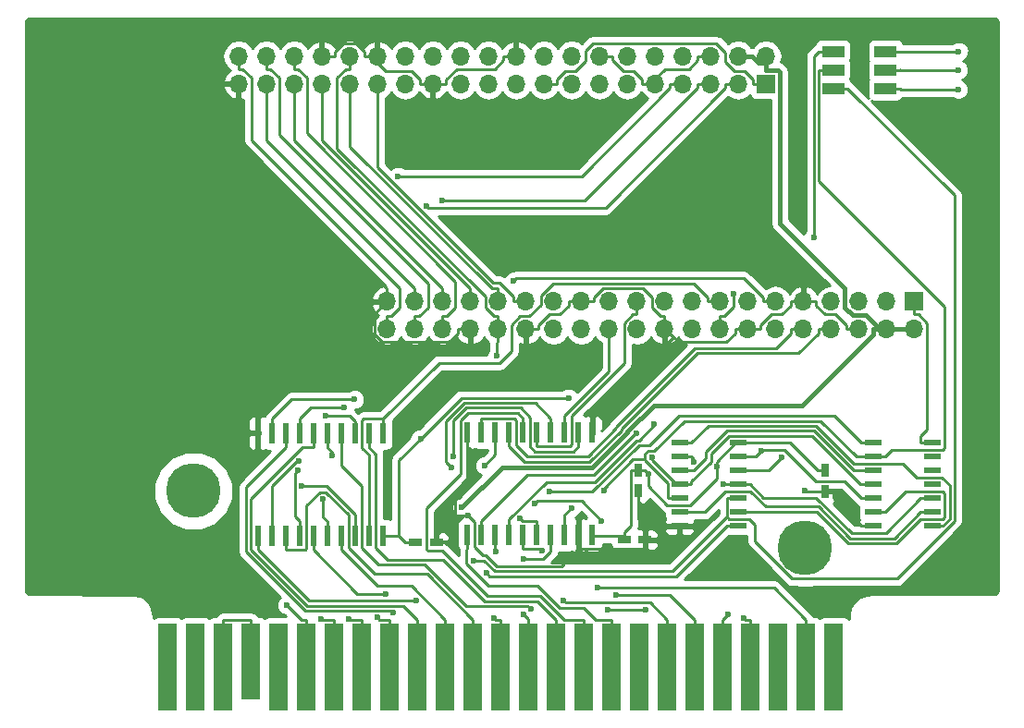
<source format=gbr>
G04 #@! TF.FileFunction,Copper,L1,Top,Mixed*
%FSLAX46Y46*%
G04 Gerber Fmt 4.6, Leading zero omitted, Abs format (unit mm)*
G04 Created by KiCad (PCBNEW 4.0.7) date 05/03/18 11:39:09*
%MOMM*%
%LPD*%
G01*
G04 APERTURE LIST*
%ADD10C,0.100000*%
%ADD11C,5.000000*%
%ADD12R,1.800000X8.000000*%
%ADD13R,1.800000X7.000000*%
%ADD14R,1.700000X1.700000*%
%ADD15O,1.700000X1.700000*%
%ADD16R,1.200000X0.750000*%
%ADD17R,2.000000X1.100000*%
%ADD18R,1.500000X0.600000*%
%ADD19R,0.750000X1.200000*%
%ADD20R,0.600000X1.950000*%
%ADD21C,0.600000*%
%ADD22C,0.250000*%
%ADD23C,0.400000*%
%ADD24C,0.254000*%
G04 APERTURE END LIST*
D10*
D11*
X185333640Y-98897440D03*
D12*
X187949840Y-109827440D03*
X185409840Y-109827440D03*
X182869840Y-109827440D03*
X180329840Y-109827440D03*
X177789840Y-109827440D03*
X175249840Y-109827440D03*
X172709840Y-109827440D03*
X170169840Y-109827440D03*
X167629840Y-109827440D03*
X165089840Y-109827440D03*
X162549840Y-109827440D03*
X160009840Y-109827440D03*
X157469840Y-109827440D03*
X154929840Y-109827440D03*
X152389840Y-109827440D03*
X149849840Y-109827440D03*
X147309840Y-109827440D03*
X144769840Y-109827440D03*
X142229840Y-109827440D03*
X139689840Y-109827440D03*
X137149840Y-109827440D03*
D13*
X134604760Y-109334680D03*
D12*
X132069840Y-109827440D03*
X129529840Y-109827440D03*
X126989840Y-109827440D03*
D11*
X129334260Y-93695520D03*
D14*
X181737000Y-56388000D03*
D15*
X181737000Y-53848000D03*
X179197000Y-56388000D03*
X179197000Y-53848000D03*
X176657000Y-56388000D03*
X176657000Y-53848000D03*
X174117000Y-56388000D03*
X174117000Y-53848000D03*
X171577000Y-56388000D03*
X171577000Y-53848000D03*
X169037000Y-56388000D03*
X169037000Y-53848000D03*
X166497000Y-56388000D03*
X166497000Y-53848000D03*
X163957000Y-56388000D03*
X163957000Y-53848000D03*
X161417000Y-56388000D03*
X161417000Y-53848000D03*
X158877000Y-56388000D03*
X158877000Y-53848000D03*
X156337000Y-56388000D03*
X156337000Y-53848000D03*
X153797000Y-56388000D03*
X153797000Y-53848000D03*
X151257000Y-56388000D03*
X151257000Y-53848000D03*
X148717000Y-56388000D03*
X148717000Y-53848000D03*
X146177000Y-56388000D03*
X146177000Y-53848000D03*
X143637000Y-56388000D03*
X143637000Y-53848000D03*
X141097000Y-56388000D03*
X141097000Y-53848000D03*
X138557000Y-56388000D03*
X138557000Y-53848000D03*
X136017000Y-56388000D03*
X136017000Y-53848000D03*
X133477000Y-56388000D03*
X133477000Y-53848000D03*
D14*
X195326000Y-76327000D03*
D15*
X195326000Y-78867000D03*
X192786000Y-76327000D03*
X192786000Y-78867000D03*
X190246000Y-76327000D03*
X190246000Y-78867000D03*
X187706000Y-76327000D03*
X187706000Y-78867000D03*
X185166000Y-76327000D03*
X185166000Y-78867000D03*
X182626000Y-76327000D03*
X182626000Y-78867000D03*
X180086000Y-76327000D03*
X180086000Y-78867000D03*
X177546000Y-76327000D03*
X177546000Y-78867000D03*
X175006000Y-76327000D03*
X175006000Y-78867000D03*
X172466000Y-76327000D03*
X172466000Y-78867000D03*
X169926000Y-76327000D03*
X169926000Y-78867000D03*
X167386000Y-76327000D03*
X167386000Y-78867000D03*
X164846000Y-76327000D03*
X164846000Y-78867000D03*
X162306000Y-76327000D03*
X162306000Y-78867000D03*
X159766000Y-76327000D03*
X159766000Y-78867000D03*
X157226000Y-76327000D03*
X157226000Y-78867000D03*
X154686000Y-76327000D03*
X154686000Y-78867000D03*
X152146000Y-76327000D03*
X152146000Y-78867000D03*
X149606000Y-76327000D03*
X149606000Y-78867000D03*
X147066000Y-76327000D03*
X147066000Y-78867000D03*
D16*
X149672000Y-98425000D03*
X151572000Y-98425000D03*
X168788000Y-98171000D03*
X170688000Y-98171000D03*
D17*
X187884000Y-53418000D03*
X187884000Y-55118000D03*
X187884000Y-56818000D03*
X192684000Y-56818000D03*
X192684000Y-55118000D03*
X192684000Y-53418000D03*
D18*
X173830000Y-89281000D03*
X173830000Y-90551000D03*
X173830000Y-91821000D03*
X173830000Y-93091000D03*
X173830000Y-94361000D03*
X173830000Y-95631000D03*
X173830000Y-96901000D03*
X179230000Y-96901000D03*
X179230000Y-95631000D03*
X179230000Y-94361000D03*
X179230000Y-93091000D03*
X179230000Y-91821000D03*
X179230000Y-90551000D03*
X179230000Y-89281000D03*
D19*
X170053000Y-91760000D03*
X170053000Y-93660000D03*
X187198000Y-91821000D03*
X187198000Y-93721000D03*
D18*
X191577000Y-89281000D03*
X191577000Y-90551000D03*
X191577000Y-91821000D03*
X191577000Y-93091000D03*
X191577000Y-94361000D03*
X191577000Y-95631000D03*
X191577000Y-96901000D03*
X196977000Y-96901000D03*
X196977000Y-95631000D03*
X196977000Y-94361000D03*
X196977000Y-93091000D03*
X196977000Y-91821000D03*
X196977000Y-90551000D03*
X196977000Y-89281000D03*
D20*
X165862000Y-88315800D03*
X164592000Y-88315800D03*
X163322000Y-88315800D03*
X162052000Y-88315800D03*
X160782000Y-88315800D03*
X159512000Y-88315800D03*
X158242000Y-88315800D03*
X156972000Y-88315800D03*
X155702000Y-88315800D03*
X154432000Y-88315800D03*
X154432000Y-97715800D03*
X155702000Y-97715800D03*
X156972000Y-97715800D03*
X158242000Y-97715800D03*
X159512000Y-97715800D03*
X160782000Y-97715800D03*
X162052000Y-97715800D03*
X163322000Y-97715800D03*
X164592000Y-97715800D03*
X165862000Y-97715800D03*
X146685000Y-88391000D03*
X145415000Y-88391000D03*
X144145000Y-88391000D03*
X142875000Y-88391000D03*
X141605000Y-88391000D03*
X140335000Y-88391000D03*
X139065000Y-88391000D03*
X137795000Y-88391000D03*
X136525000Y-88391000D03*
X135255000Y-88391000D03*
X135255000Y-97791000D03*
X136525000Y-97791000D03*
X137795000Y-97791000D03*
X139065000Y-97791000D03*
X140335000Y-97791000D03*
X141605000Y-97791000D03*
X142875000Y-97791000D03*
X144145000Y-97791000D03*
X145415000Y-97791000D03*
X146685000Y-97791000D03*
D21*
X133277900Y-96884100D03*
X185312400Y-93645600D03*
X154453500Y-95943900D03*
X153924800Y-95196300D03*
X152102900Y-67075600D03*
X142065400Y-90424400D03*
X148064200Y-64837300D03*
X138889200Y-91787500D03*
X139259600Y-93250000D03*
X141212700Y-94446700D03*
X143117400Y-86056800D03*
X144093000Y-85305500D03*
X141413000Y-86808200D03*
X150707200Y-67570100D03*
X139024000Y-90942100D03*
X179681800Y-105314200D03*
X178263800Y-105028100D03*
X166914100Y-93639800D03*
X168030200Y-103192300D03*
X161896600Y-93781700D03*
X167287100Y-104598500D03*
X170718500Y-104598500D03*
X163230200Y-103716400D03*
X161219300Y-99201300D03*
X155982400Y-91354100D03*
X160201700Y-104503500D03*
X153112800Y-90553800D03*
X159573800Y-99961600D03*
X159573800Y-105007500D03*
X157029400Y-99219500D03*
X152932400Y-91545900D03*
X156813700Y-105324900D03*
X149699600Y-103736900D03*
X146931500Y-103111600D03*
X147576500Y-104834000D03*
X146160100Y-105299300D03*
X143527400Y-105447700D03*
X140978100Y-105447700D03*
X137860400Y-104152600D03*
X170958200Y-92160400D03*
X177210300Y-91480600D03*
X150117600Y-88882100D03*
X163669000Y-85158100D03*
X171521600Y-87593700D03*
X169873800Y-88430500D03*
X163941700Y-95243400D03*
X157127700Y-81326800D03*
X159258400Y-96213000D03*
X166369500Y-102566900D03*
X160561600Y-94882500D03*
X166694700Y-96447300D03*
X158654800Y-74452100D03*
X178783000Y-75652400D03*
X177837800Y-93091000D03*
X199363400Y-56897200D03*
X199374000Y-55118000D03*
X199388200Y-53418000D03*
X186107900Y-70442000D03*
X183181200Y-90633600D03*
X181334300Y-90036500D03*
X171314800Y-90615500D03*
X175099100Y-90991700D03*
X156171100Y-101215500D03*
X155003600Y-100086100D03*
D22*
X170053000Y-93660000D02*
X170053000Y-94585300D01*
X187898300Y-94297600D02*
X190501700Y-96901000D01*
X187898300Y-93721000D02*
X187898300Y-94297600D01*
X187198000Y-93721000D02*
X187898300Y-93721000D01*
X191577000Y-96901000D02*
X190501700Y-96901000D01*
X172098600Y-77691700D02*
X172466000Y-77691700D01*
X171290700Y-76883800D02*
X172098600Y-77691700D01*
X171290700Y-75990400D02*
X171290700Y-76883800D01*
X170452000Y-75151700D02*
X171290700Y-75990400D01*
X166829200Y-75151700D02*
X170452000Y-75151700D01*
X166021300Y-75959600D02*
X166829200Y-75151700D01*
X166021300Y-76327000D02*
X166021300Y-75959600D01*
X133477000Y-61562700D02*
X147066000Y-75151700D01*
X133477000Y-56388000D02*
X133477000Y-61562700D01*
X147066000Y-76327000D02*
X147066000Y-75151700D01*
X154686000Y-78867000D02*
X153510700Y-78867000D01*
X135255000Y-88391000D02*
X135255000Y-87090700D01*
X142988300Y-79357400D02*
X135255000Y-87090700D01*
X145887100Y-79357400D02*
X142988300Y-79357400D01*
X146597400Y-80067700D02*
X145887100Y-79357400D01*
X152677300Y-80067700D02*
X146597400Y-80067700D01*
X153510700Y-79234300D02*
X152677300Y-80067700D01*
X153510700Y-78867000D02*
X153510700Y-79234300D01*
X145887100Y-77505900D02*
X147066000Y-76327000D01*
X145887100Y-79357400D02*
X145887100Y-77505900D01*
X164846000Y-76327000D02*
X166021300Y-76327000D01*
X163670700Y-76694400D02*
X163670700Y-76327000D01*
X162862800Y-77502300D02*
X163670700Y-76694400D01*
X161938600Y-77502300D02*
X162862800Y-77502300D01*
X160941300Y-78499600D02*
X161938600Y-77502300D01*
X160941300Y-78867000D02*
X160941300Y-78499600D01*
X164846000Y-76327000D02*
X163670700Y-76327000D01*
X190246000Y-78867000D02*
X189070700Y-78867000D01*
X173830000Y-96901000D02*
X172754700Y-96901000D01*
X170053000Y-96266000D02*
X170053000Y-94585300D01*
X170688000Y-96901000D02*
X170053000Y-96266000D01*
X135255000Y-88391000D02*
X135255000Y-89691300D01*
X189070700Y-78499600D02*
X189070700Y-78867000D01*
X188073400Y-77502300D02*
X189070700Y-78499600D01*
X187149200Y-77502300D02*
X188073400Y-77502300D01*
X186341300Y-76694400D02*
X187149200Y-77502300D01*
X186341300Y-76327000D02*
X186341300Y-76694400D01*
X185166000Y-76327000D02*
X186341300Y-76327000D01*
X183990700Y-76694400D02*
X183990700Y-76327000D01*
X183182800Y-77502300D02*
X183990700Y-76694400D01*
X182258600Y-77502300D02*
X183182800Y-77502300D01*
X181261300Y-78499600D02*
X182258600Y-77502300D01*
X181261300Y-78867000D02*
X181261300Y-78499600D01*
X185166000Y-76327000D02*
X183990700Y-76327000D01*
X180086000Y-78867000D02*
X181261300Y-78867000D01*
X159766000Y-78867000D02*
X160941300Y-78867000D01*
X157701700Y-54215400D02*
X157701700Y-53848000D01*
X156893800Y-55023300D02*
X157701700Y-54215400D01*
X153429600Y-55023300D02*
X156893800Y-55023300D01*
X152432300Y-56020600D02*
X153429600Y-55023300D01*
X152432300Y-56388000D02*
X152432300Y-56020600D01*
X151257000Y-56388000D02*
X152432300Y-56388000D01*
X158877000Y-53848000D02*
X157701700Y-53848000D01*
X145001700Y-53480600D02*
X145001700Y-53848000D01*
X144193800Y-52672700D02*
X145001700Y-53480600D01*
X143080300Y-52672700D02*
X144193800Y-52672700D01*
X142272300Y-53480700D02*
X143080300Y-52672700D01*
X142272300Y-53848000D02*
X142272300Y-53480700D01*
X141097000Y-53848000D02*
X142272300Y-53848000D01*
X146177000Y-53848000D02*
X145589400Y-53848000D01*
X145589400Y-53848000D02*
X145001700Y-53848000D01*
X150081700Y-56020600D02*
X150081700Y-56388000D01*
X149273800Y-55212700D02*
X150081700Y-56020600D01*
X146954100Y-55212700D02*
X149273800Y-55212700D01*
X145589400Y-53848000D02*
X146954100Y-55212700D01*
X151257000Y-56388000D02*
X150081700Y-56388000D01*
X185387800Y-93721000D02*
X187198000Y-93721000D01*
X185312400Y-93645600D02*
X185387800Y-93721000D01*
X170688000Y-96901000D02*
X170688000Y-98171000D01*
X170688000Y-96901000D02*
X172754700Y-96901000D01*
X172466000Y-78867000D02*
X172466000Y-78735900D01*
X172466000Y-78735900D02*
X172466000Y-77691700D01*
X180086000Y-78867000D02*
X178910700Y-78867000D01*
X165862000Y-88315800D02*
X165862000Y-87015500D01*
X165862000Y-87015500D02*
X173303800Y-79573700D01*
X172466000Y-78735900D02*
X173303800Y-79573700D01*
X178910700Y-79234400D02*
X178910700Y-78867000D01*
X178102800Y-80042300D02*
X178910700Y-79234400D01*
X173772400Y-80042300D02*
X178102800Y-80042300D01*
X173303800Y-79573700D02*
X173772400Y-80042300D01*
X170401700Y-56020600D02*
X170401700Y-56388000D01*
X169593800Y-55212700D02*
X170401700Y-56020600D01*
X168669600Y-55212700D02*
X169593800Y-55212700D01*
X167672300Y-54215400D02*
X168669600Y-55212700D01*
X167672300Y-53848000D02*
X167672300Y-54215400D01*
X166497000Y-53848000D02*
X167672300Y-53848000D01*
X170989400Y-56388000D02*
X171108500Y-56388000D01*
X170989400Y-56388000D02*
X170401700Y-56388000D01*
X171577000Y-56388000D02*
X171108500Y-56388000D01*
X175481700Y-54215400D02*
X175481700Y-53848000D01*
X174673800Y-55023300D02*
X175481700Y-54215400D01*
X172473200Y-55023300D02*
X174673800Y-55023300D01*
X171108500Y-56388000D02*
X172473200Y-55023300D01*
X176657000Y-53848000D02*
X175481700Y-53848000D01*
X133277900Y-91668400D02*
X133277900Y-96884100D01*
X135255000Y-89691300D02*
X133277900Y-91668400D01*
X164592000Y-97715800D02*
X164592000Y-99016100D01*
X170688000Y-98171000D02*
X170688000Y-98871300D01*
X170543200Y-99016100D02*
X170688000Y-98871300D01*
X164592000Y-99016100D02*
X170543200Y-99016100D01*
X163012100Y-100596000D02*
X164592000Y-99016100D01*
X157097800Y-100596000D02*
X163012100Y-100596000D01*
X156121400Y-99619600D02*
X157097800Y-100596000D01*
X155866700Y-99619600D02*
X156121400Y-99619600D01*
X155057400Y-98810300D02*
X155866700Y-99619600D01*
X155057400Y-96547800D02*
X155057400Y-98810300D01*
X154453500Y-95943900D02*
X155057400Y-96547800D01*
X151572000Y-98425000D02*
X151572000Y-97724700D01*
X153296400Y-95887500D02*
X153352800Y-95943900D01*
X153296400Y-94199700D02*
X153296400Y-95887500D01*
X154432000Y-93064100D02*
X153296400Y-94199700D01*
X154432000Y-88315800D02*
X154432000Y-93064100D01*
X154453500Y-95943900D02*
X153352800Y-95943900D01*
X153352800Y-95943900D02*
X151572000Y-97724700D01*
D23*
X192786000Y-78867000D02*
X195326000Y-78867000D01*
X192786000Y-78867000D02*
X192187900Y-78867000D01*
X192187900Y-78867000D02*
X191535700Y-78867000D01*
X182804300Y-55098300D02*
X181737000Y-55098300D01*
X183026600Y-55320600D02*
X182804300Y-55098300D01*
X183026600Y-69151200D02*
X183026600Y-55320600D01*
X188976000Y-75100600D02*
X183026600Y-69151200D01*
X188976000Y-76874400D02*
X188976000Y-75100600D01*
X189698600Y-77597000D02*
X188976000Y-76874400D01*
X190917900Y-77597000D02*
X189698600Y-77597000D01*
X192187900Y-78867000D02*
X190917900Y-77597000D01*
X181737000Y-53848000D02*
X181737000Y-54473100D01*
X181737000Y-54473100D02*
X181737000Y-55098300D01*
X181072400Y-54473100D02*
X180447300Y-53848000D01*
X181737000Y-54473100D02*
X181072400Y-54473100D01*
X179197000Y-53848000D02*
X180447300Y-53848000D01*
X191535700Y-79385100D02*
X191535700Y-78867000D01*
X185062000Y-85858800D02*
X191535700Y-79385100D01*
X171454900Y-85858800D02*
X185062000Y-85858800D01*
X169061400Y-88252300D02*
X171454900Y-85858800D01*
X169061400Y-88323200D02*
X169061400Y-88252300D01*
X165833600Y-91551000D02*
X169061400Y-88323200D01*
X157570100Y-91551000D02*
X165833600Y-91551000D01*
X153924800Y-95196300D02*
X157570100Y-91551000D01*
D22*
X176657000Y-56388000D02*
X175481700Y-56388000D01*
X165161400Y-67075600D02*
X152102900Y-67075600D01*
X175481700Y-56755300D02*
X165161400Y-67075600D01*
X175481700Y-56388000D02*
X175481700Y-56755300D01*
X141605000Y-88391000D02*
X141605000Y-89691300D01*
X142065400Y-90151700D02*
X142065400Y-90424400D01*
X141605000Y-89691300D02*
X142065400Y-90151700D01*
X174117000Y-56388000D02*
X172941700Y-56388000D01*
X164859700Y-64837300D02*
X148064200Y-64837300D01*
X172941700Y-56755300D02*
X164859700Y-64837300D01*
X172941700Y-56388000D02*
X172941700Y-56755300D01*
X138634200Y-92042500D02*
X138889200Y-91787500D01*
X138634200Y-96059900D02*
X138634200Y-92042500D01*
X139065000Y-96490700D02*
X138634200Y-96059900D01*
X139065000Y-97791000D02*
X139065000Y-96490700D01*
X157226000Y-76327000D02*
X157226000Y-75151700D01*
X143637000Y-56388000D02*
X143637000Y-57563300D01*
X143637000Y-62137800D02*
X143637000Y-57563300D01*
X156650900Y-75151700D02*
X143637000Y-62137800D01*
X157226000Y-75151700D02*
X156650900Y-75151700D01*
X144145000Y-97791000D02*
X144145000Y-96490700D01*
X141541300Y-93250000D02*
X139259600Y-93250000D01*
X144145000Y-95853700D02*
X141541300Y-93250000D01*
X144145000Y-96490700D02*
X144145000Y-95853700D01*
X141212700Y-96098400D02*
X141212700Y-94446700D01*
X141605000Y-96490700D02*
X141212700Y-96098400D01*
X141605000Y-97791000D02*
X141605000Y-96490700D01*
X140098900Y-86056800D02*
X143117400Y-86056800D01*
X139065000Y-87090700D02*
X140098900Y-86056800D01*
X139065000Y-88391000D02*
X139065000Y-87090700D01*
X136525000Y-88391000D02*
X136525000Y-87090700D01*
X138310200Y-85305500D02*
X144093000Y-85305500D01*
X136525000Y-87090700D02*
X138310200Y-85305500D01*
X144145000Y-88391000D02*
X144145000Y-87320600D01*
X143632600Y-86808200D02*
X141413000Y-86808200D01*
X144145000Y-87320600D02*
X143632600Y-86808200D01*
X179197000Y-56388000D02*
X178021700Y-56388000D01*
X178021700Y-56755300D02*
X178021700Y-56388000D01*
X167057300Y-67719700D02*
X178021700Y-56755300D01*
X150856800Y-67719700D02*
X167057300Y-67719700D01*
X150707200Y-67570100D02*
X150856800Y-67719700D01*
X159766000Y-76327000D02*
X158590700Y-76327000D01*
X146177000Y-56388000D02*
X146177000Y-57563300D01*
X146177000Y-63993700D02*
X146177000Y-57563300D01*
X156786200Y-74602900D02*
X146177000Y-63993700D01*
X157314200Y-74602900D02*
X156786200Y-74602900D01*
X158590700Y-75879400D02*
X157314200Y-74602900D01*
X158590700Y-76327000D02*
X158590700Y-75879400D01*
X136525000Y-93267400D02*
X136525000Y-97791000D01*
X138850300Y-90942100D02*
X136525000Y-93267400D01*
X139024000Y-90942100D02*
X138850300Y-90942100D01*
X180329800Y-109827400D02*
X180329800Y-105502100D01*
X179869700Y-105502100D02*
X180329800Y-105502100D01*
X179681800Y-105314200D02*
X179869700Y-105502100D01*
X177789800Y-109827400D02*
X177789800Y-105502100D01*
X178263800Y-105028100D02*
X177789800Y-105502100D01*
X187884000Y-55118000D02*
X186558700Y-55118000D01*
X186558700Y-65292600D02*
X186558700Y-55118000D01*
X198052400Y-76786300D02*
X186558700Y-65292600D01*
X198052400Y-89786100D02*
X198052400Y-76786300D01*
X197912800Y-89925700D02*
X198052400Y-89786100D01*
X193277600Y-89925700D02*
X197912800Y-89925700D01*
X192652300Y-90551000D02*
X193277600Y-89925700D01*
X191875800Y-90551000D02*
X192652300Y-90551000D01*
X191875800Y-90551000D02*
X191577000Y-90551000D01*
X173830000Y-94361000D02*
X172754700Y-94361000D01*
X170681600Y-90866600D02*
X170681600Y-90787000D01*
X172754700Y-92939700D02*
X170681600Y-90866600D01*
X172754700Y-94361000D02*
X172754700Y-92939700D01*
X190021400Y-90551000D02*
X191577000Y-90551000D01*
X186742000Y-87271600D02*
X190021400Y-90551000D01*
X174253300Y-87271600D02*
X186742000Y-87271600D01*
X171534900Y-89990000D02*
X174253300Y-87271600D01*
X170977700Y-89990000D02*
X171534900Y-89990000D01*
X170681600Y-90286100D02*
X170977700Y-89990000D01*
X170681600Y-90787000D02*
X170681600Y-90286100D01*
X166914100Y-93454800D02*
X166914100Y-93639800D01*
X169581900Y-90787000D02*
X166914100Y-93454800D01*
X170681600Y-90787000D02*
X169581900Y-90787000D01*
X175249800Y-109827400D02*
X175249800Y-105502100D01*
X172940000Y-103192300D02*
X175249800Y-105502100D01*
X168030200Y-103192300D02*
X172940000Y-103192300D01*
X191577000Y-89281000D02*
X190501700Y-89281000D01*
X188038200Y-86817500D02*
X190501700Y-89281000D01*
X173752300Y-86817500D02*
X188038200Y-86817500D01*
X171063700Y-89506100D02*
X173752300Y-86817500D01*
X170136200Y-89506100D02*
X171063700Y-89506100D01*
X165860600Y-93781700D02*
X170136200Y-89506100D01*
X161896600Y-93781700D02*
X165860600Y-93781700D01*
X167287100Y-104598500D02*
X170718500Y-104598500D01*
X172709800Y-109827400D02*
X172709800Y-105502100D01*
X163438800Y-103925000D02*
X163230200Y-103716400D01*
X171132700Y-103925000D02*
X163438800Y-103925000D01*
X172709800Y-105502100D02*
X171132700Y-103925000D01*
X159512000Y-97715800D02*
X159512000Y-99016100D01*
X161034100Y-99016100D02*
X161219300Y-99201300D01*
X159512000Y-99016100D02*
X161034100Y-99016100D01*
X154432000Y-97715800D02*
X154432000Y-99016100D01*
X167629800Y-109827400D02*
X167629800Y-105502100D01*
X166187500Y-105502100D02*
X167629800Y-105502100D01*
X165060800Y-104375400D02*
X166187500Y-105502100D01*
X162868900Y-104375400D02*
X165060800Y-104375400D01*
X160838700Y-102345200D02*
X162868900Y-104375400D01*
X156378400Y-102345200D02*
X160838700Y-102345200D01*
X154347300Y-100314100D02*
X156378400Y-102345200D01*
X154347300Y-99100800D02*
X154347300Y-100314100D01*
X154432000Y-99016100D02*
X154347300Y-99100800D01*
X156972000Y-90364500D02*
X155982400Y-91354100D01*
X156972000Y-88315800D02*
X156972000Y-90364500D01*
X159512000Y-88315800D02*
X159512000Y-87015500D01*
X165089800Y-109827400D02*
X165089800Y-105502100D01*
X163281900Y-105502100D02*
X165089800Y-105502100D01*
X161049500Y-103269700D02*
X163281900Y-105502100D01*
X156229700Y-103269700D02*
X161049500Y-103269700D01*
X152085400Y-99125400D02*
X156229700Y-103269700D01*
X150775000Y-99125400D02*
X152085400Y-99125400D01*
X150646600Y-98997000D02*
X150775000Y-99125400D01*
X150646600Y-95286400D02*
X150646600Y-98997000D01*
X153806600Y-92126400D02*
X150646600Y-95286400D01*
X153806600Y-87205900D02*
X153806600Y-92126400D01*
X154490100Y-86522400D02*
X153806600Y-87205900D01*
X159018900Y-86522400D02*
X154490100Y-86522400D01*
X159512000Y-87015500D02*
X159018900Y-86522400D01*
X159925200Y-104227000D02*
X160201700Y-104503500D01*
X154291600Y-104227000D02*
X159925200Y-104227000D01*
X150484600Y-100420000D02*
X154291600Y-104227000D01*
X146297300Y-100420000D02*
X150484600Y-100420000D01*
X144770400Y-98893100D02*
X146297300Y-100420000D01*
X144770400Y-93261600D02*
X144770400Y-98893100D01*
X142875000Y-91366200D02*
X144770400Y-93261600D01*
X142875000Y-88391000D02*
X142875000Y-91366200D01*
X145415000Y-88391000D02*
X145415000Y-89691300D01*
X162549800Y-109827400D02*
X162549800Y-105502100D01*
X160824400Y-103776700D02*
X162549800Y-105502100D01*
X156023000Y-103776700D02*
X160824400Y-103776700D01*
X152215900Y-99969600D02*
X156023000Y-103776700D01*
X147117700Y-99969600D02*
X152215900Y-99969600D01*
X146040300Y-98892200D02*
X147117700Y-99969600D01*
X146040300Y-90316600D02*
X146040300Y-98892200D01*
X145415000Y-89691300D02*
X146040300Y-90316600D01*
X164592000Y-88315800D02*
X164592000Y-89616100D01*
X153112800Y-87262800D02*
X153112800Y-90553800D01*
X154303500Y-86072100D02*
X153112800Y-87262800D01*
X159260100Y-86072100D02*
X154303500Y-86072100D01*
X160156600Y-86968600D02*
X159260100Y-86072100D01*
X160156600Y-89629200D02*
X160156600Y-86968600D01*
X160598900Y-90071500D02*
X160156600Y-89629200D01*
X164136600Y-90071500D02*
X160598900Y-90071500D01*
X164592000Y-89616100D02*
X164136600Y-90071500D01*
X160009800Y-109827400D02*
X160009800Y-105502100D01*
X160009800Y-105443500D02*
X160009800Y-105502100D01*
X159573800Y-105007500D02*
X160009800Y-105443500D01*
X159573800Y-99961500D02*
X159573800Y-99961600D01*
X161343500Y-99961500D02*
X159573800Y-99961500D01*
X162052000Y-99253000D02*
X161343500Y-99961500D01*
X162052000Y-97715800D02*
X162052000Y-99253000D01*
X156972000Y-99162100D02*
X157029400Y-99219500D01*
X156972000Y-97715800D02*
X156972000Y-99162100D01*
X157469800Y-109827400D02*
X157469800Y-105502100D01*
X162052000Y-88315800D02*
X162052000Y-87015500D01*
X156990900Y-105502100D02*
X157469800Y-105502100D01*
X156813700Y-105324900D02*
X156990900Y-105502100D01*
X152447300Y-91060800D02*
X152932400Y-91545900D01*
X152447300Y-87291400D02*
X152447300Y-91060800D01*
X154117100Y-85621600D02*
X152447300Y-87291400D01*
X160658100Y-85621600D02*
X154117100Y-85621600D01*
X162052000Y-87015500D02*
X160658100Y-85621600D01*
X135255000Y-97791000D02*
X135255000Y-99091300D01*
X139900600Y-103736900D02*
X135255000Y-99091300D01*
X149699600Y-103736900D02*
X139900600Y-103736900D01*
X137795000Y-97791000D02*
X137795000Y-99091300D01*
X154929800Y-109827400D02*
X154929800Y-105502100D01*
X150748400Y-101320700D02*
X154929800Y-105502100D01*
X145925500Y-101320700D02*
X150748400Y-101320700D01*
X143512000Y-98907200D02*
X145925500Y-101320700D01*
X143512000Y-95857600D02*
X143512000Y-98907200D01*
X141474500Y-93820100D02*
X143512000Y-95857600D01*
X140893400Y-93820100D02*
X141474500Y-93820100D01*
X139690400Y-95023100D02*
X140893400Y-93820100D01*
X139690400Y-98975000D02*
X139690400Y-95023100D01*
X139574100Y-99091300D02*
X139690400Y-98975000D01*
X137795000Y-99091300D02*
X139574100Y-99091300D01*
X140335000Y-97791000D02*
X140335000Y-99091300D01*
X144355300Y-103111600D02*
X146931500Y-103111600D01*
X140335000Y-99091300D02*
X144355300Y-103111600D01*
X142875000Y-97791000D02*
X142875000Y-99091300D01*
X152389800Y-109827400D02*
X152389800Y-105502100D01*
X149307200Y-102419500D02*
X152389800Y-105502100D01*
X146203200Y-102419500D02*
X149307200Y-102419500D01*
X142875000Y-99091300D02*
X146203200Y-102419500D01*
X137795000Y-88391000D02*
X137795000Y-89691300D01*
X147401400Y-104658900D02*
X147576500Y-104834000D01*
X139547700Y-104658900D02*
X147401400Y-104658900D01*
X134156600Y-99267800D02*
X139547700Y-104658900D01*
X134156600Y-93329700D02*
X134156600Y-99267800D01*
X137795000Y-89691300D02*
X134156600Y-93329700D01*
X140335000Y-88391000D02*
X140335000Y-89691300D01*
X149849800Y-109827400D02*
X149849800Y-105502100D01*
X148556300Y-104208600D02*
X149849800Y-105502100D01*
X139734300Y-104208600D02*
X148556300Y-104208600D01*
X134610400Y-99084700D02*
X139734300Y-104208600D01*
X134610400Y-94423300D02*
X134610400Y-99084700D01*
X139342400Y-89691300D02*
X134610400Y-94423300D01*
X140335000Y-89691300D02*
X139342400Y-89691300D01*
X147309800Y-109827400D02*
X147309800Y-105502100D01*
X146362900Y-105502100D02*
X146160100Y-105299300D01*
X147309800Y-105502100D02*
X146362900Y-105502100D01*
X144769800Y-109827400D02*
X144769800Y-105502100D01*
X143581800Y-105502100D02*
X144769800Y-105502100D01*
X143527400Y-105447700D02*
X143581800Y-105502100D01*
X142229800Y-109827400D02*
X142229800Y-105502100D01*
X141032500Y-105502100D02*
X142229800Y-105502100D01*
X140978100Y-105447700D02*
X141032500Y-105502100D01*
X139689800Y-109827400D02*
X139689800Y-105502100D01*
X139209900Y-105502100D02*
X139689800Y-105502100D01*
X137860400Y-104152600D02*
X139209900Y-105502100D01*
X196977000Y-89281000D02*
X195901700Y-89281000D01*
X195901700Y-88655700D02*
X195901700Y-89281000D01*
X196506600Y-88050800D02*
X195901700Y-88655700D01*
X196506600Y-78315600D02*
X196506600Y-88050800D01*
X195693300Y-77502300D02*
X196506600Y-78315600D01*
X195326000Y-77502300D02*
X195693300Y-77502300D01*
X195326000Y-76327000D02*
X195326000Y-77502300D01*
X149672000Y-98425000D02*
X148746700Y-98425000D01*
X187198000Y-91821000D02*
X186497700Y-91821000D01*
X179230000Y-89281000D02*
X180305300Y-89281000D01*
X183957700Y-89281000D02*
X180305300Y-89281000D01*
X186497700Y-91821000D02*
X183957700Y-89281000D01*
X177210300Y-91047900D02*
X177210300Y-91480600D01*
X178977200Y-89281000D02*
X177210300Y-91047900D01*
X179230000Y-89281000D02*
X178977200Y-89281000D01*
X180561700Y-56020600D02*
X180561700Y-56388000D01*
X179753800Y-55212700D02*
X180561700Y-56020600D01*
X178896900Y-55212700D02*
X179753800Y-55212700D01*
X178021600Y-54337400D02*
X178896900Y-55212700D01*
X178021600Y-53488100D02*
X178021600Y-54337400D01*
X177199000Y-52665500D02*
X178021600Y-53488100D01*
X165936800Y-52665500D02*
X177199000Y-52665500D01*
X165227000Y-53375300D02*
X165936800Y-52665500D01*
X165227000Y-54279000D02*
X165227000Y-53375300D01*
X164293300Y-55212700D02*
X165227000Y-54279000D01*
X163400200Y-55212700D02*
X164293300Y-55212700D01*
X162592300Y-56020600D02*
X163400200Y-55212700D01*
X162592300Y-56388000D02*
X162592300Y-56020600D01*
X161417000Y-56388000D02*
X162592300Y-56388000D01*
X181737000Y-56388000D02*
X180561700Y-56388000D01*
X148112700Y-90887000D02*
X150117600Y-88882100D01*
X148112700Y-97791000D02*
X148112700Y-90887000D01*
X146685000Y-97791000D02*
X148112700Y-97791000D01*
X148112700Y-97791000D02*
X148746700Y-98425000D01*
X153841600Y-85158100D02*
X163669000Y-85158100D01*
X150117600Y-88882100D02*
X153841600Y-85158100D01*
X169352700Y-96906000D02*
X168788000Y-97470700D01*
X169352700Y-91760000D02*
X169352700Y-96906000D01*
X170053000Y-91760000D02*
X169352700Y-91760000D01*
X165989100Y-97842900D02*
X168788000Y-97842900D01*
X165862000Y-97715800D02*
X165989100Y-97842900D01*
X168788000Y-98171000D02*
X168788000Y-97842900D01*
X168788000Y-97842900D02*
X168788000Y-97470700D01*
X170053000Y-91760000D02*
X170753300Y-91760000D01*
X170958200Y-93268300D02*
X170958200Y-92160400D01*
X172676300Y-94986400D02*
X170958200Y-93268300D01*
X174788900Y-94986400D02*
X172676300Y-94986400D01*
X177210300Y-92565000D02*
X174788900Y-94986400D01*
X177210300Y-91480600D02*
X177210300Y-92565000D01*
X170753300Y-91955500D02*
X170753300Y-91760000D01*
X170958200Y-92160400D02*
X170753300Y-91955500D01*
X167386000Y-78867000D02*
X167386000Y-80042300D01*
X167386000Y-82708100D02*
X167386000Y-80042300D01*
X163322000Y-86772100D02*
X167386000Y-82708100D01*
X163322000Y-88315800D02*
X163322000Y-86772100D01*
X158242000Y-97715800D02*
X158242000Y-96415500D01*
X171521600Y-87667100D02*
X171521600Y-87593700D01*
X170132900Y-89055800D02*
X171521600Y-87667100D01*
X169847900Y-89055800D02*
X170132900Y-89055800D01*
X166042300Y-92861400D02*
X169847900Y-89055800D01*
X161658500Y-92861400D02*
X166042300Y-92861400D01*
X158242000Y-96277900D02*
X161658500Y-92861400D01*
X158242000Y-96415500D02*
X158242000Y-96277900D01*
X155702000Y-97715800D02*
X155702000Y-96415500D01*
X169836000Y-88430500D02*
X169873800Y-88430500D01*
X166011500Y-92255000D02*
X169836000Y-88430500D01*
X159862500Y-92255000D02*
X166011500Y-92255000D01*
X155702000Y-96415500D02*
X159862500Y-92255000D01*
X185166000Y-78867000D02*
X183990700Y-78867000D01*
X155702000Y-88315800D02*
X155702000Y-87015500D01*
X158676800Y-87015500D02*
X155702000Y-87015500D01*
X158879000Y-87217700D02*
X158676800Y-87015500D01*
X158879000Y-89487100D02*
X158879000Y-87217700D01*
X159918800Y-90526900D02*
X158879000Y-89487100D01*
X165441800Y-90526900D02*
X159918800Y-90526900D01*
X168038500Y-87930200D02*
X165441800Y-90526900D01*
X168038500Y-87800900D02*
X168038500Y-87930200D01*
X175247500Y-80591900D02*
X168038500Y-87800900D01*
X182633100Y-80591900D02*
X175247500Y-80591900D01*
X183990700Y-79234300D02*
X182633100Y-80591900D01*
X183990700Y-78867000D02*
X183990700Y-79234300D01*
X143269600Y-55023300D02*
X143637000Y-55023300D01*
X142461700Y-55831200D02*
X143269600Y-55023300D01*
X142461700Y-62290400D02*
X142461700Y-55831200D01*
X156050700Y-75879400D02*
X142461700Y-62290400D01*
X156050700Y-76883800D02*
X156050700Y-75879400D01*
X156858600Y-77691700D02*
X156050700Y-76883800D01*
X157226000Y-77691700D02*
X156858600Y-77691700D01*
X157226000Y-78867000D02*
X157226000Y-77691700D01*
X143637000Y-53848000D02*
X143637000Y-55023300D01*
X163322000Y-95863100D02*
X163941700Y-95243400D01*
X163322000Y-97715800D02*
X163322000Y-95863100D01*
X157127700Y-80140600D02*
X157226000Y-80042300D01*
X157127700Y-81326800D02*
X157127700Y-80140600D01*
X157226000Y-78867000D02*
X157226000Y-80042300D01*
X160782000Y-88315800D02*
X160782000Y-89616100D01*
X169926000Y-76327000D02*
X169926000Y-77502300D01*
X169558600Y-77502300D02*
X169926000Y-77502300D01*
X168750700Y-78310200D02*
X169558600Y-77502300D01*
X168750700Y-82001900D02*
X168750700Y-78310200D01*
X163947400Y-86805200D02*
X168750700Y-82001900D01*
X163947400Y-89425500D02*
X163947400Y-86805200D01*
X163756800Y-89616100D02*
X163947400Y-89425500D01*
X160782000Y-89616100D02*
X163756800Y-89616100D01*
X141097000Y-56388000D02*
X141097000Y-57563300D01*
X154686000Y-76327000D02*
X154686000Y-75151700D01*
X141097000Y-61562700D02*
X141097000Y-57563300D01*
X154686000Y-75151700D02*
X141097000Y-61562700D01*
X160782000Y-97715800D02*
X160782000Y-96415500D01*
X159460900Y-96415500D02*
X160782000Y-96415500D01*
X159258400Y-96213000D02*
X159460900Y-96415500D01*
X186530700Y-79234300D02*
X186530700Y-78867000D01*
X184722700Y-81042300D02*
X186530700Y-79234300D01*
X175434000Y-81042300D02*
X184722700Y-81042300D01*
X168488900Y-87987400D02*
X175434000Y-81042300D01*
X168488900Y-88116700D02*
X168488900Y-87987400D01*
X165580000Y-91025600D02*
X168488900Y-88116700D01*
X159651500Y-91025600D02*
X165580000Y-91025600D01*
X158242000Y-89616100D02*
X159651500Y-91025600D01*
X158242000Y-88315800D02*
X158242000Y-89616100D01*
X187706000Y-78867000D02*
X186530700Y-78867000D01*
X185409800Y-109827400D02*
X185409800Y-105502100D01*
X182474600Y-102566900D02*
X166369500Y-102566900D01*
X185409800Y-105502100D02*
X182474600Y-102566900D01*
X134597500Y-105502100D02*
X134604800Y-105509400D01*
X132069800Y-105502100D02*
X134597500Y-105502100D01*
X132069800Y-109827400D02*
X132069800Y-105502100D01*
X134604800Y-109334700D02*
X134604800Y-105509400D01*
X160830800Y-94613300D02*
X160561600Y-94882500D01*
X164860700Y-94613300D02*
X160830800Y-94613300D01*
X166694700Y-96447300D02*
X164860700Y-94613300D01*
X182626000Y-76327000D02*
X181450700Y-76327000D01*
X181450700Y-75959700D02*
X181450700Y-76327000D01*
X179704900Y-74213900D02*
X181450700Y-75959700D01*
X158893000Y-74213900D02*
X179704900Y-74213900D01*
X158654800Y-74452100D02*
X158893000Y-74213900D01*
X177546000Y-78867000D02*
X177546000Y-77691700D01*
X178783000Y-76822000D02*
X178783000Y-75652400D01*
X177913300Y-77691700D02*
X178783000Y-76822000D01*
X177546000Y-77691700D02*
X177913300Y-77691700D01*
X196977000Y-94361000D02*
X195901700Y-94361000D01*
X179767700Y-93091000D02*
X180305300Y-93091000D01*
X181517600Y-94303300D02*
X180305300Y-93091000D01*
X186340400Y-94303300D02*
X181517600Y-94303300D01*
X189572900Y-97535800D02*
X186340400Y-94303300D01*
X192726900Y-97535800D02*
X189572900Y-97535800D01*
X195901700Y-94361000D02*
X192726900Y-97535800D01*
X179767700Y-93091000D02*
X179230000Y-93091000D01*
X179230000Y-93091000D02*
X177837800Y-93091000D01*
X138557000Y-61562700D02*
X138557000Y-56388000D01*
X152146000Y-75151700D02*
X138557000Y-61562700D01*
X152146000Y-76327000D02*
X152146000Y-75151700D01*
X152146000Y-78867000D02*
X152146000Y-77691700D01*
X138557000Y-53848000D02*
X138557000Y-55023300D01*
X138924400Y-55023300D02*
X138557000Y-55023300D01*
X139732300Y-55831200D02*
X138924400Y-55023300D01*
X139732300Y-60915200D02*
X139732300Y-55831200D01*
X153331800Y-74514700D02*
X139732300Y-60915200D01*
X153331800Y-76873200D02*
X153331800Y-74514700D01*
X152513300Y-77691700D02*
X153331800Y-76873200D01*
X152146000Y-77691700D02*
X152513300Y-77691700D01*
X149606000Y-76327000D02*
X149606000Y-75151700D01*
X136017000Y-61562700D02*
X136017000Y-56388000D01*
X149606000Y-75151700D02*
X136017000Y-61562700D01*
X149606000Y-78867000D02*
X149606000Y-77691700D01*
X136017000Y-53848000D02*
X136017000Y-55023300D01*
X136384400Y-55023300D02*
X136017000Y-55023300D01*
X137192300Y-55831200D02*
X136384400Y-55023300D01*
X137192300Y-61056400D02*
X137192300Y-55831200D01*
X150799200Y-74663300D02*
X137192300Y-61056400D01*
X150799200Y-76865800D02*
X150799200Y-74663300D01*
X149973300Y-77691700D02*
X150799200Y-76865800D01*
X149606000Y-77691700D02*
X149973300Y-77691700D01*
X198251000Y-56897200D02*
X199363400Y-56897200D01*
X194088500Y-56897200D02*
X198251000Y-56897200D01*
X194009300Y-56818000D02*
X194088500Y-56897200D01*
X192684000Y-56818000D02*
X194009300Y-56818000D01*
X198247000Y-55118000D02*
X199374000Y-55118000D01*
X194009300Y-55118000D02*
X198247000Y-55118000D01*
X194009300Y-55118000D02*
X194009300Y-55050800D01*
X192684000Y-55118000D02*
X194009300Y-55118000D01*
X198248300Y-53418000D02*
X199388200Y-53418000D01*
X192684000Y-53418000D02*
X198248300Y-53418000D01*
X187884000Y-53418000D02*
X186558700Y-53418000D01*
X181993800Y-91821000D02*
X183181200Y-90633600D01*
X179230000Y-91821000D02*
X181993800Y-91821000D01*
X186107900Y-53868800D02*
X186107900Y-70442000D01*
X186558700Y-53418000D02*
X186107900Y-53868800D01*
X179230000Y-90551000D02*
X180305300Y-90551000D01*
X191577000Y-94361000D02*
X190501700Y-94361000D01*
X180819800Y-90551000D02*
X180305300Y-90551000D01*
X181334300Y-90036500D02*
X180819800Y-90551000D01*
X177546000Y-76327000D02*
X176370700Y-76327000D01*
X146685000Y-88391000D02*
X146685000Y-87090700D01*
X144923100Y-87090700D02*
X146685000Y-87090700D01*
X144780000Y-87233800D02*
X144923100Y-87090700D01*
X144780000Y-89723900D02*
X144780000Y-87233800D01*
X145415000Y-90358900D02*
X144780000Y-89723900D01*
X145415000Y-97791000D02*
X145415000Y-90358900D01*
X181396700Y-89974100D02*
X181334300Y-90036500D01*
X183454200Y-89974100D02*
X181396700Y-89974100D01*
X186275800Y-92795700D02*
X183454200Y-89974100D01*
X188936400Y-92795700D02*
X186275800Y-92795700D01*
X190501700Y-94361000D02*
X188936400Y-92795700D01*
X176370700Y-75959700D02*
X176370700Y-76327000D01*
X175107000Y-74696000D02*
X176370700Y-75959700D01*
X162223400Y-74696000D02*
X175107000Y-74696000D01*
X161130600Y-75788800D02*
X162223400Y-74696000D01*
X161130600Y-76626600D02*
X161130600Y-75788800D01*
X160065600Y-77691600D02*
X161130600Y-76626600D01*
X159240400Y-77691600D02*
X160065600Y-77691600D01*
X158435900Y-78496100D02*
X159240400Y-77691600D01*
X158435900Y-80903000D02*
X158435900Y-78496100D01*
X157386800Y-81952100D02*
X158435900Y-80903000D01*
X151823600Y-81952100D02*
X157386800Y-81952100D01*
X146685000Y-87090700D02*
X151823600Y-81952100D01*
X173830000Y-93091000D02*
X174905300Y-93091000D01*
X133844400Y-55023300D02*
X133477000Y-55023300D01*
X134652300Y-55831200D02*
X133844400Y-55023300D01*
X134652300Y-61552100D02*
X134652300Y-55831200D01*
X148251800Y-75151600D02*
X134652300Y-61552100D01*
X148251800Y-76873200D02*
X148251800Y-75151600D01*
X147433300Y-77691700D02*
X148251800Y-76873200D01*
X147066000Y-77691700D02*
X147433300Y-77691700D01*
X147066000Y-78867000D02*
X147066000Y-77691700D01*
X133477000Y-53848000D02*
X133477000Y-55023300D01*
X171314800Y-90839700D02*
X171314800Y-90615500D01*
X173566100Y-93091000D02*
X171314800Y-90839700D01*
X173830000Y-93091000D02*
X173566100Y-93091000D01*
X174905300Y-92822100D02*
X174905300Y-93091000D01*
X176728000Y-90999400D02*
X174905300Y-92822100D01*
X176728000Y-90250900D02*
X176728000Y-90999400D01*
X178323300Y-88655600D02*
X176728000Y-90250900D01*
X185956400Y-88655600D02*
X178323300Y-88655600D01*
X190391800Y-93091000D02*
X185956400Y-88655600D01*
X191577000Y-93091000D02*
X190391800Y-93091000D01*
X191577000Y-91821000D02*
X190501700Y-91821000D01*
X173830000Y-91821000D02*
X174905300Y-91821000D01*
X189758700Y-91821000D02*
X190501700Y-91821000D01*
X186123000Y-88185300D02*
X189758700Y-91821000D01*
X178156700Y-88185300D02*
X186123000Y-88185300D01*
X176277700Y-90064300D02*
X178156700Y-88185300D01*
X176277700Y-90697500D02*
X176277700Y-90064300D01*
X175154200Y-91821000D02*
X176277700Y-90697500D01*
X174905300Y-91821000D02*
X175154200Y-91821000D01*
X196977000Y-95631000D02*
X195901700Y-95631000D01*
X176159300Y-95631000D02*
X173830000Y-95631000D01*
X178054700Y-93735600D02*
X176159300Y-95631000D01*
X180313000Y-93735600D02*
X178054700Y-93735600D01*
X181703800Y-95126400D02*
X180313000Y-93735600D01*
X186526600Y-95126400D02*
X181703800Y-95126400D01*
X189429300Y-98029100D02*
X186526600Y-95126400D01*
X193503600Y-98029100D02*
X189429300Y-98029100D01*
X195901700Y-95631000D02*
X193503600Y-98029100D01*
X173830000Y-90551000D02*
X174905300Y-90551000D01*
X175099100Y-90744800D02*
X175099100Y-90991700D01*
X174905300Y-90551000D02*
X175099100Y-90744800D01*
X179230000Y-96901000D02*
X178154700Y-96901000D01*
X173558900Y-101496800D02*
X178154700Y-96901000D01*
X156452400Y-101496800D02*
X173558900Y-101496800D01*
X156171100Y-101215500D02*
X156452400Y-101496800D01*
X187884000Y-56818000D02*
X189209300Y-56818000D01*
X179230000Y-94361000D02*
X178154700Y-94361000D01*
X173174300Y-101046400D02*
X178154700Y-96066000D01*
X156911300Y-101046400D02*
X173174300Y-101046400D01*
X155951000Y-100086100D02*
X156911300Y-101046400D01*
X155003600Y-100086100D02*
X155951000Y-100086100D01*
X178364300Y-96275600D02*
X178154700Y-96066000D01*
X180174100Y-96275600D02*
X178364300Y-96275600D01*
X180729200Y-96830700D02*
X180174100Y-96275600D01*
X180729200Y-98308200D02*
X180729200Y-96830700D01*
X184145400Y-101724400D02*
X180729200Y-98308200D01*
X193727000Y-101724400D02*
X184145400Y-101724400D01*
X198997400Y-96454000D02*
X193727000Y-101724400D01*
X198997400Y-66606100D02*
X198997400Y-96454000D01*
X189209300Y-56818000D02*
X198997400Y-66606100D01*
X178154700Y-96066000D02*
X178154700Y-94361000D01*
X173830000Y-89281000D02*
X174905300Y-89281000D01*
X197913500Y-96901000D02*
X196977000Y-96901000D01*
X198547000Y-96267500D02*
X197913500Y-96901000D01*
X198547000Y-93150900D02*
X198547000Y-96267500D01*
X197861700Y-92465600D02*
X198547000Y-93150900D01*
X195547000Y-92465600D02*
X197861700Y-92465600D01*
X194277000Y-91195600D02*
X195547000Y-92465600D01*
X189770200Y-91195600D02*
X194277000Y-91195600D01*
X186297200Y-87722600D02*
X189770200Y-91195600D01*
X176463700Y-87722600D02*
X186297200Y-87722600D01*
X174905300Y-89281000D02*
X176463700Y-87722600D01*
X186394300Y-95631000D02*
X179230000Y-95631000D01*
X189242800Y-98479500D02*
X186394300Y-95631000D01*
X193690100Y-98479500D02*
X189242800Y-98479500D01*
X195901600Y-96268000D02*
X193690100Y-98479500D01*
X197909600Y-96268000D02*
X195901600Y-96268000D01*
X198052400Y-96125200D02*
X197909600Y-96268000D01*
X198052400Y-93879100D02*
X198052400Y-96125200D01*
X197908900Y-93735600D02*
X198052400Y-93879100D01*
X194547700Y-93735600D02*
X197908900Y-93735600D01*
X192652300Y-95631000D02*
X194547700Y-93735600D01*
X191577000Y-95631000D02*
X192652300Y-95631000D01*
D24*
G36*
X202725377Y-50412811D02*
X202861341Y-50503658D01*
X202952189Y-50639622D01*
X202998000Y-50869931D01*
X202998000Y-102673069D01*
X202952189Y-102903378D01*
X202861341Y-103039342D01*
X202725377Y-103130189D01*
X202495073Y-103176000D01*
X191223900Y-103176000D01*
X191155313Y-103189643D01*
X191085385Y-103189643D01*
X190647978Y-103276649D01*
X190446710Y-103360017D01*
X190392038Y-103382663D01*
X190021222Y-103630433D01*
X189921955Y-103729701D01*
X189825333Y-103826323D01*
X189577562Y-104197138D01*
X189529115Y-104314101D01*
X189471548Y-104453079D01*
X189384543Y-104890485D01*
X189384543Y-104960413D01*
X189370900Y-105029000D01*
X189370900Y-105464533D01*
X189313930Y-105375999D01*
X189101730Y-105231009D01*
X188849840Y-105180000D01*
X187049840Y-105180000D01*
X186814523Y-105224278D01*
X186679263Y-105311316D01*
X186561730Y-105231009D01*
X186309840Y-105180000D01*
X186091060Y-105180000D01*
X185947201Y-104964699D01*
X183012001Y-102029499D01*
X182765439Y-101864752D01*
X182474600Y-101806900D01*
X174323602Y-101806900D01*
X178315395Y-97815107D01*
X178480000Y-97848440D01*
X179969200Y-97848440D01*
X179969200Y-98308200D01*
X180027052Y-98599039D01*
X180191799Y-98845601D01*
X182229946Y-100883748D01*
X182257026Y-100949286D01*
X183276427Y-101970468D01*
X183345239Y-101999041D01*
X183607999Y-102261801D01*
X183854560Y-102426548D01*
X184145400Y-102484400D01*
X184514113Y-102484400D01*
X184609020Y-102523809D01*
X186051930Y-102525068D01*
X186150354Y-102484400D01*
X193727000Y-102484400D01*
X194017839Y-102426548D01*
X194264401Y-102261801D01*
X199534801Y-96991401D01*
X199699548Y-96744839D01*
X199757400Y-96454000D01*
X199757400Y-66606100D01*
X199699548Y-66315261D01*
X199534801Y-66068699D01*
X191427131Y-57961029D01*
X191432110Y-57964431D01*
X191684000Y-58015440D01*
X193684000Y-58015440D01*
X193919317Y-57971162D01*
X194135441Y-57832090D01*
X194254938Y-57657200D01*
X198800937Y-57657200D01*
X198833073Y-57689392D01*
X199176601Y-57832038D01*
X199548567Y-57832362D01*
X199892343Y-57690317D01*
X200155592Y-57427527D01*
X200298238Y-57083999D01*
X200298562Y-56712033D01*
X200156517Y-56368257D01*
X199893727Y-56105008D01*
X199664277Y-56009732D01*
X199902943Y-55911117D01*
X200166192Y-55648327D01*
X200308838Y-55304799D01*
X200309162Y-54932833D01*
X200167117Y-54589057D01*
X199904327Y-54325808D01*
X199772275Y-54270975D01*
X199917143Y-54211117D01*
X200180392Y-53948327D01*
X200323038Y-53604799D01*
X200323362Y-53232833D01*
X200181317Y-52889057D01*
X199918527Y-52625808D01*
X199574999Y-52483162D01*
X199203033Y-52482838D01*
X198859257Y-52624883D01*
X198826082Y-52658000D01*
X194291926Y-52658000D01*
X194287162Y-52632683D01*
X194148090Y-52416559D01*
X193935890Y-52271569D01*
X193684000Y-52220560D01*
X191684000Y-52220560D01*
X191448683Y-52264838D01*
X191232559Y-52403910D01*
X191087569Y-52616110D01*
X191036560Y-52868000D01*
X191036560Y-53968000D01*
X191080838Y-54203317D01*
X191121481Y-54266478D01*
X191087569Y-54316110D01*
X191036560Y-54568000D01*
X191036560Y-55668000D01*
X191080838Y-55903317D01*
X191121481Y-55966478D01*
X191087569Y-56016110D01*
X191036560Y-56268000D01*
X191036560Y-57368000D01*
X191080838Y-57603317D01*
X191101448Y-57635346D01*
X189746701Y-56280599D01*
X189503196Y-56117894D01*
X189487162Y-56032683D01*
X189446519Y-55969522D01*
X189480431Y-55919890D01*
X189531440Y-55668000D01*
X189531440Y-54568000D01*
X189487162Y-54332683D01*
X189446519Y-54269522D01*
X189480431Y-54219890D01*
X189531440Y-53968000D01*
X189531440Y-52868000D01*
X189487162Y-52632683D01*
X189348090Y-52416559D01*
X189135890Y-52271569D01*
X188884000Y-52220560D01*
X186884000Y-52220560D01*
X186648683Y-52264838D01*
X186432559Y-52403910D01*
X186287569Y-52616110D01*
X186267294Y-52716230D01*
X186021299Y-52880599D01*
X185570499Y-53331399D01*
X185405752Y-53577961D01*
X185347900Y-53868800D01*
X185347900Y-69879537D01*
X185315708Y-69911673D01*
X185213671Y-70157403D01*
X183861600Y-68805332D01*
X183861600Y-55320600D01*
X183855409Y-55289476D01*
X183798040Y-55001060D01*
X183617034Y-54730166D01*
X183394734Y-54507866D01*
X183361858Y-54485899D01*
X183131516Y-54331989D01*
X183222000Y-53877093D01*
X183222000Y-53818907D01*
X183108961Y-53250622D01*
X182787054Y-52768853D01*
X182305285Y-52446946D01*
X181737000Y-52333907D01*
X181168715Y-52446946D01*
X180686946Y-52768853D01*
X180514836Y-53026434D01*
X180447300Y-53013000D01*
X180410187Y-53013000D01*
X180247054Y-52768853D01*
X179765285Y-52446946D01*
X179197000Y-52333907D01*
X178628715Y-52446946D01*
X178284946Y-52676644D01*
X177736401Y-52128099D01*
X177489839Y-51963352D01*
X177199000Y-51905500D01*
X165936800Y-51905500D01*
X165645961Y-51963352D01*
X165399399Y-52128099D01*
X164858144Y-52669354D01*
X164525285Y-52446946D01*
X163957000Y-52333907D01*
X163388715Y-52446946D01*
X162906946Y-52768853D01*
X162687000Y-53098026D01*
X162467054Y-52768853D01*
X161985285Y-52446946D01*
X161417000Y-52333907D01*
X160848715Y-52446946D01*
X160366946Y-52768853D01*
X160139298Y-53109553D01*
X160072183Y-52966642D01*
X159643924Y-52576355D01*
X159233890Y-52406524D01*
X159004000Y-52527845D01*
X159004000Y-53721000D01*
X159024000Y-53721000D01*
X159024000Y-53975000D01*
X159004000Y-53975000D01*
X159004000Y-53995000D01*
X158750000Y-53995000D01*
X158750000Y-53975000D01*
X158730000Y-53975000D01*
X158730000Y-53721000D01*
X158750000Y-53721000D01*
X158750000Y-52527845D01*
X158520110Y-52406524D01*
X158110076Y-52576355D01*
X157681817Y-52966642D01*
X157614702Y-53109553D01*
X157387054Y-52768853D01*
X156905285Y-52446946D01*
X156337000Y-52333907D01*
X155768715Y-52446946D01*
X155286946Y-52768853D01*
X155067000Y-53098026D01*
X154847054Y-52768853D01*
X154365285Y-52446946D01*
X153797000Y-52333907D01*
X153228715Y-52446946D01*
X152746946Y-52768853D01*
X152527000Y-53098026D01*
X152307054Y-52768853D01*
X151825285Y-52446946D01*
X151257000Y-52333907D01*
X150688715Y-52446946D01*
X150206946Y-52768853D01*
X149987000Y-53098026D01*
X149767054Y-52768853D01*
X149285285Y-52446946D01*
X148717000Y-52333907D01*
X148148715Y-52446946D01*
X147666946Y-52768853D01*
X147439298Y-53109553D01*
X147372183Y-52966642D01*
X146943924Y-52576355D01*
X146533890Y-52406524D01*
X146304000Y-52527845D01*
X146304000Y-53721000D01*
X146324000Y-53721000D01*
X146324000Y-53975000D01*
X146304000Y-53975000D01*
X146304000Y-53995000D01*
X146050000Y-53995000D01*
X146050000Y-53975000D01*
X146030000Y-53975000D01*
X146030000Y-53721000D01*
X146050000Y-53721000D01*
X146050000Y-52527845D01*
X145820110Y-52406524D01*
X145410076Y-52576355D01*
X144981817Y-52966642D01*
X144914702Y-53109553D01*
X144687054Y-52768853D01*
X144205285Y-52446946D01*
X143637000Y-52333907D01*
X143068715Y-52446946D01*
X142586946Y-52768853D01*
X142359298Y-53109553D01*
X142292183Y-52966642D01*
X141863924Y-52576355D01*
X141453890Y-52406524D01*
X141224000Y-52527845D01*
X141224000Y-53721000D01*
X141244000Y-53721000D01*
X141244000Y-53975000D01*
X141224000Y-53975000D01*
X141224000Y-53995000D01*
X140970000Y-53995000D01*
X140970000Y-53975000D01*
X140950000Y-53975000D01*
X140950000Y-53721000D01*
X140970000Y-53721000D01*
X140970000Y-52527845D01*
X140740110Y-52406524D01*
X140330076Y-52576355D01*
X139901817Y-52966642D01*
X139834702Y-53109553D01*
X139607054Y-52768853D01*
X139125285Y-52446946D01*
X138557000Y-52333907D01*
X137988715Y-52446946D01*
X137506946Y-52768853D01*
X137287000Y-53098026D01*
X137067054Y-52768853D01*
X136585285Y-52446946D01*
X136017000Y-52333907D01*
X135448715Y-52446946D01*
X134966946Y-52768853D01*
X134747000Y-53098026D01*
X134527054Y-52768853D01*
X134045285Y-52446946D01*
X133477000Y-52333907D01*
X132908715Y-52446946D01*
X132426946Y-52768853D01*
X132105039Y-53250622D01*
X131992000Y-53818907D01*
X131992000Y-53877093D01*
X132105039Y-54445378D01*
X132426946Y-54927147D01*
X132710101Y-55116345D01*
X132710076Y-55116355D01*
X132281817Y-55506642D01*
X132035514Y-56031108D01*
X132156181Y-56261000D01*
X133350000Y-56261000D01*
X133350000Y-56241000D01*
X133604000Y-56241000D01*
X133604000Y-56261000D01*
X133624000Y-56261000D01*
X133624000Y-56515000D01*
X133604000Y-56515000D01*
X133604000Y-57708155D01*
X133833890Y-57829476D01*
X133892300Y-57805283D01*
X133892300Y-61552100D01*
X133950152Y-61842939D01*
X134114899Y-62089501D01*
X146938998Y-74913600D01*
X146938998Y-75006844D01*
X146709110Y-74885524D01*
X146299076Y-75055355D01*
X145870817Y-75445642D01*
X145624514Y-75970108D01*
X145745181Y-76200000D01*
X146939000Y-76200000D01*
X146939000Y-76180000D01*
X147193000Y-76180000D01*
X147193000Y-76200000D01*
X147213000Y-76200000D01*
X147213000Y-76454000D01*
X147193000Y-76454000D01*
X147193000Y-76474000D01*
X146939000Y-76474000D01*
X146939000Y-76454000D01*
X145745181Y-76454000D01*
X145624514Y-76683892D01*
X145870817Y-77208358D01*
X146299076Y-77598645D01*
X146299101Y-77598655D01*
X146015946Y-77787853D01*
X145694039Y-78269622D01*
X145581000Y-78837907D01*
X145581000Y-78896093D01*
X145694039Y-79464378D01*
X146015946Y-79946147D01*
X146497715Y-80268054D01*
X147066000Y-80381093D01*
X147634285Y-80268054D01*
X148116054Y-79946147D01*
X148336000Y-79616974D01*
X148555946Y-79946147D01*
X149037715Y-80268054D01*
X149606000Y-80381093D01*
X150174285Y-80268054D01*
X150656054Y-79946147D01*
X150876000Y-79616974D01*
X151095946Y-79946147D01*
X151577715Y-80268054D01*
X152146000Y-80381093D01*
X152714285Y-80268054D01*
X153196054Y-79946147D01*
X153423702Y-79605447D01*
X153490817Y-79748358D01*
X153919076Y-80138645D01*
X154329110Y-80308476D01*
X154559000Y-80187155D01*
X154559000Y-78994000D01*
X154539000Y-78994000D01*
X154539000Y-78740000D01*
X154559000Y-78740000D01*
X154559000Y-78720000D01*
X154813000Y-78720000D01*
X154813000Y-78740000D01*
X154833000Y-78740000D01*
X154833000Y-78994000D01*
X154813000Y-78994000D01*
X154813000Y-80187155D01*
X155042890Y-80308476D01*
X155452924Y-80138645D01*
X155881183Y-79748358D01*
X155948298Y-79605447D01*
X156175946Y-79946147D01*
X156379346Y-80082054D01*
X156367700Y-80140600D01*
X156367700Y-80764337D01*
X156335508Y-80796473D01*
X156192862Y-81140001D01*
X156192817Y-81192100D01*
X151823600Y-81192100D01*
X151532761Y-81249952D01*
X151286199Y-81414699D01*
X146370198Y-86330700D01*
X144923100Y-86330700D01*
X144632261Y-86388552D01*
X144425744Y-86526542D01*
X144170001Y-86270799D01*
X144124698Y-86240528D01*
X144278167Y-86240662D01*
X144621943Y-86098617D01*
X144885192Y-85835827D01*
X145027838Y-85492299D01*
X145028162Y-85120333D01*
X144886117Y-84776557D01*
X144623327Y-84513308D01*
X144279799Y-84370662D01*
X143907833Y-84370338D01*
X143564057Y-84512383D01*
X143530882Y-84545500D01*
X138310200Y-84545500D01*
X138019361Y-84603352D01*
X137772799Y-84768099D01*
X135987599Y-86553299D01*
X135822852Y-86799861D01*
X135815544Y-86836602D01*
X135681310Y-86781000D01*
X135540750Y-86781000D01*
X135382000Y-86939750D01*
X135382000Y-88264000D01*
X135402000Y-88264000D01*
X135402000Y-88518000D01*
X135382000Y-88518000D01*
X135382000Y-89842250D01*
X135540750Y-90001000D01*
X135681310Y-90001000D01*
X135898122Y-89911194D01*
X135973110Y-89962431D01*
X136225000Y-90013440D01*
X136398058Y-90013440D01*
X133619199Y-92792299D01*
X133454452Y-93038861D01*
X133396600Y-93329700D01*
X133396600Y-99267800D01*
X133454452Y-99558639D01*
X133619199Y-99805201D01*
X137252400Y-103438402D01*
X137068208Y-103622273D01*
X136925562Y-103965801D01*
X136925238Y-104337767D01*
X137067283Y-104681543D01*
X137330073Y-104944792D01*
X137673601Y-105087438D01*
X137720477Y-105087479D01*
X137812998Y-105180000D01*
X136249840Y-105180000D01*
X136014523Y-105224278D01*
X135871190Y-105316511D01*
X135756650Y-105238249D01*
X135504760Y-105187240D01*
X135286020Y-105187240D01*
X135142201Y-104971999D01*
X135134901Y-104964699D01*
X134888339Y-104799952D01*
X134597500Y-104742100D01*
X132069800Y-104742100D01*
X131778961Y-104799952D01*
X131532399Y-104964699D01*
X131388540Y-105180000D01*
X131169840Y-105180000D01*
X130934523Y-105224278D01*
X130799263Y-105311316D01*
X130681730Y-105231009D01*
X130429840Y-105180000D01*
X128629840Y-105180000D01*
X128394523Y-105224278D01*
X128259263Y-105311316D01*
X128141730Y-105231009D01*
X127889840Y-105180000D01*
X126089840Y-105180000D01*
X125854523Y-105224278D01*
X125652600Y-105354212D01*
X125652600Y-105041700D01*
X125638957Y-104973113D01*
X125638957Y-104903185D01*
X125551951Y-104465778D01*
X125445937Y-104209838D01*
X125198167Y-103839022D01*
X125002278Y-103643134D01*
X125002277Y-103643133D01*
X124631462Y-103395362D01*
X124503492Y-103342356D01*
X124375521Y-103289348D01*
X123938115Y-103202343D01*
X123868662Y-103202343D01*
X123800562Y-103188701D01*
X114497409Y-103176095D01*
X114266622Y-103130189D01*
X114130658Y-103039341D01*
X114039811Y-102903377D01*
X113994000Y-102673073D01*
X113994000Y-94413810D01*
X125706632Y-94413810D01*
X126257646Y-95747366D01*
X127277047Y-96768548D01*
X128609640Y-97321889D01*
X130052550Y-97323148D01*
X131386106Y-96772134D01*
X132407288Y-95752733D01*
X132960629Y-94420140D01*
X132961888Y-92977230D01*
X132410874Y-91643674D01*
X131391473Y-90622492D01*
X130058880Y-90069151D01*
X128615970Y-90067892D01*
X127282414Y-90618906D01*
X126261232Y-91638307D01*
X125707891Y-92970900D01*
X125706632Y-94413810D01*
X113994000Y-94413810D01*
X113994000Y-88676750D01*
X134320000Y-88676750D01*
X134320000Y-89492309D01*
X134416673Y-89725698D01*
X134595301Y-89904327D01*
X134828690Y-90001000D01*
X134969250Y-90001000D01*
X135128000Y-89842250D01*
X135128000Y-88518000D01*
X134478750Y-88518000D01*
X134320000Y-88676750D01*
X113994000Y-88676750D01*
X113994000Y-87289691D01*
X134320000Y-87289691D01*
X134320000Y-88105250D01*
X134478750Y-88264000D01*
X135128000Y-88264000D01*
X135128000Y-86939750D01*
X134969250Y-86781000D01*
X134828690Y-86781000D01*
X134595301Y-86877673D01*
X134416673Y-87056302D01*
X134320000Y-87289691D01*
X113994000Y-87289691D01*
X113994000Y-56744892D01*
X132035514Y-56744892D01*
X132281817Y-57269358D01*
X132710076Y-57659645D01*
X133120110Y-57829476D01*
X133350000Y-57708155D01*
X133350000Y-56515000D01*
X132156181Y-56515000D01*
X132035514Y-56744892D01*
X113994000Y-56744892D01*
X113994000Y-50869927D01*
X114039811Y-50639623D01*
X114130658Y-50503659D01*
X114266622Y-50412811D01*
X114496931Y-50367000D01*
X202495073Y-50367000D01*
X202725377Y-50412811D01*
X202725377Y-50412811D01*
G37*
X202725377Y-50412811D02*
X202861341Y-50503658D01*
X202952189Y-50639622D01*
X202998000Y-50869931D01*
X202998000Y-102673069D01*
X202952189Y-102903378D01*
X202861341Y-103039342D01*
X202725377Y-103130189D01*
X202495073Y-103176000D01*
X191223900Y-103176000D01*
X191155313Y-103189643D01*
X191085385Y-103189643D01*
X190647978Y-103276649D01*
X190446710Y-103360017D01*
X190392038Y-103382663D01*
X190021222Y-103630433D01*
X189921955Y-103729701D01*
X189825333Y-103826323D01*
X189577562Y-104197138D01*
X189529115Y-104314101D01*
X189471548Y-104453079D01*
X189384543Y-104890485D01*
X189384543Y-104960413D01*
X189370900Y-105029000D01*
X189370900Y-105464533D01*
X189313930Y-105375999D01*
X189101730Y-105231009D01*
X188849840Y-105180000D01*
X187049840Y-105180000D01*
X186814523Y-105224278D01*
X186679263Y-105311316D01*
X186561730Y-105231009D01*
X186309840Y-105180000D01*
X186091060Y-105180000D01*
X185947201Y-104964699D01*
X183012001Y-102029499D01*
X182765439Y-101864752D01*
X182474600Y-101806900D01*
X174323602Y-101806900D01*
X178315395Y-97815107D01*
X178480000Y-97848440D01*
X179969200Y-97848440D01*
X179969200Y-98308200D01*
X180027052Y-98599039D01*
X180191799Y-98845601D01*
X182229946Y-100883748D01*
X182257026Y-100949286D01*
X183276427Y-101970468D01*
X183345239Y-101999041D01*
X183607999Y-102261801D01*
X183854560Y-102426548D01*
X184145400Y-102484400D01*
X184514113Y-102484400D01*
X184609020Y-102523809D01*
X186051930Y-102525068D01*
X186150354Y-102484400D01*
X193727000Y-102484400D01*
X194017839Y-102426548D01*
X194264401Y-102261801D01*
X199534801Y-96991401D01*
X199699548Y-96744839D01*
X199757400Y-96454000D01*
X199757400Y-66606100D01*
X199699548Y-66315261D01*
X199534801Y-66068699D01*
X191427131Y-57961029D01*
X191432110Y-57964431D01*
X191684000Y-58015440D01*
X193684000Y-58015440D01*
X193919317Y-57971162D01*
X194135441Y-57832090D01*
X194254938Y-57657200D01*
X198800937Y-57657200D01*
X198833073Y-57689392D01*
X199176601Y-57832038D01*
X199548567Y-57832362D01*
X199892343Y-57690317D01*
X200155592Y-57427527D01*
X200298238Y-57083999D01*
X200298562Y-56712033D01*
X200156517Y-56368257D01*
X199893727Y-56105008D01*
X199664277Y-56009732D01*
X199902943Y-55911117D01*
X200166192Y-55648327D01*
X200308838Y-55304799D01*
X200309162Y-54932833D01*
X200167117Y-54589057D01*
X199904327Y-54325808D01*
X199772275Y-54270975D01*
X199917143Y-54211117D01*
X200180392Y-53948327D01*
X200323038Y-53604799D01*
X200323362Y-53232833D01*
X200181317Y-52889057D01*
X199918527Y-52625808D01*
X199574999Y-52483162D01*
X199203033Y-52482838D01*
X198859257Y-52624883D01*
X198826082Y-52658000D01*
X194291926Y-52658000D01*
X194287162Y-52632683D01*
X194148090Y-52416559D01*
X193935890Y-52271569D01*
X193684000Y-52220560D01*
X191684000Y-52220560D01*
X191448683Y-52264838D01*
X191232559Y-52403910D01*
X191087569Y-52616110D01*
X191036560Y-52868000D01*
X191036560Y-53968000D01*
X191080838Y-54203317D01*
X191121481Y-54266478D01*
X191087569Y-54316110D01*
X191036560Y-54568000D01*
X191036560Y-55668000D01*
X191080838Y-55903317D01*
X191121481Y-55966478D01*
X191087569Y-56016110D01*
X191036560Y-56268000D01*
X191036560Y-57368000D01*
X191080838Y-57603317D01*
X191101448Y-57635346D01*
X189746701Y-56280599D01*
X189503196Y-56117894D01*
X189487162Y-56032683D01*
X189446519Y-55969522D01*
X189480431Y-55919890D01*
X189531440Y-55668000D01*
X189531440Y-54568000D01*
X189487162Y-54332683D01*
X189446519Y-54269522D01*
X189480431Y-54219890D01*
X189531440Y-53968000D01*
X189531440Y-52868000D01*
X189487162Y-52632683D01*
X189348090Y-52416559D01*
X189135890Y-52271569D01*
X188884000Y-52220560D01*
X186884000Y-52220560D01*
X186648683Y-52264838D01*
X186432559Y-52403910D01*
X186287569Y-52616110D01*
X186267294Y-52716230D01*
X186021299Y-52880599D01*
X185570499Y-53331399D01*
X185405752Y-53577961D01*
X185347900Y-53868800D01*
X185347900Y-69879537D01*
X185315708Y-69911673D01*
X185213671Y-70157403D01*
X183861600Y-68805332D01*
X183861600Y-55320600D01*
X183855409Y-55289476D01*
X183798040Y-55001060D01*
X183617034Y-54730166D01*
X183394734Y-54507866D01*
X183361858Y-54485899D01*
X183131516Y-54331989D01*
X183222000Y-53877093D01*
X183222000Y-53818907D01*
X183108961Y-53250622D01*
X182787054Y-52768853D01*
X182305285Y-52446946D01*
X181737000Y-52333907D01*
X181168715Y-52446946D01*
X180686946Y-52768853D01*
X180514836Y-53026434D01*
X180447300Y-53013000D01*
X180410187Y-53013000D01*
X180247054Y-52768853D01*
X179765285Y-52446946D01*
X179197000Y-52333907D01*
X178628715Y-52446946D01*
X178284946Y-52676644D01*
X177736401Y-52128099D01*
X177489839Y-51963352D01*
X177199000Y-51905500D01*
X165936800Y-51905500D01*
X165645961Y-51963352D01*
X165399399Y-52128099D01*
X164858144Y-52669354D01*
X164525285Y-52446946D01*
X163957000Y-52333907D01*
X163388715Y-52446946D01*
X162906946Y-52768853D01*
X162687000Y-53098026D01*
X162467054Y-52768853D01*
X161985285Y-52446946D01*
X161417000Y-52333907D01*
X160848715Y-52446946D01*
X160366946Y-52768853D01*
X160139298Y-53109553D01*
X160072183Y-52966642D01*
X159643924Y-52576355D01*
X159233890Y-52406524D01*
X159004000Y-52527845D01*
X159004000Y-53721000D01*
X159024000Y-53721000D01*
X159024000Y-53975000D01*
X159004000Y-53975000D01*
X159004000Y-53995000D01*
X158750000Y-53995000D01*
X158750000Y-53975000D01*
X158730000Y-53975000D01*
X158730000Y-53721000D01*
X158750000Y-53721000D01*
X158750000Y-52527845D01*
X158520110Y-52406524D01*
X158110076Y-52576355D01*
X157681817Y-52966642D01*
X157614702Y-53109553D01*
X157387054Y-52768853D01*
X156905285Y-52446946D01*
X156337000Y-52333907D01*
X155768715Y-52446946D01*
X155286946Y-52768853D01*
X155067000Y-53098026D01*
X154847054Y-52768853D01*
X154365285Y-52446946D01*
X153797000Y-52333907D01*
X153228715Y-52446946D01*
X152746946Y-52768853D01*
X152527000Y-53098026D01*
X152307054Y-52768853D01*
X151825285Y-52446946D01*
X151257000Y-52333907D01*
X150688715Y-52446946D01*
X150206946Y-52768853D01*
X149987000Y-53098026D01*
X149767054Y-52768853D01*
X149285285Y-52446946D01*
X148717000Y-52333907D01*
X148148715Y-52446946D01*
X147666946Y-52768853D01*
X147439298Y-53109553D01*
X147372183Y-52966642D01*
X146943924Y-52576355D01*
X146533890Y-52406524D01*
X146304000Y-52527845D01*
X146304000Y-53721000D01*
X146324000Y-53721000D01*
X146324000Y-53975000D01*
X146304000Y-53975000D01*
X146304000Y-53995000D01*
X146050000Y-53995000D01*
X146050000Y-53975000D01*
X146030000Y-53975000D01*
X146030000Y-53721000D01*
X146050000Y-53721000D01*
X146050000Y-52527845D01*
X145820110Y-52406524D01*
X145410076Y-52576355D01*
X144981817Y-52966642D01*
X144914702Y-53109553D01*
X144687054Y-52768853D01*
X144205285Y-52446946D01*
X143637000Y-52333907D01*
X143068715Y-52446946D01*
X142586946Y-52768853D01*
X142359298Y-53109553D01*
X142292183Y-52966642D01*
X141863924Y-52576355D01*
X141453890Y-52406524D01*
X141224000Y-52527845D01*
X141224000Y-53721000D01*
X141244000Y-53721000D01*
X141244000Y-53975000D01*
X141224000Y-53975000D01*
X141224000Y-53995000D01*
X140970000Y-53995000D01*
X140970000Y-53975000D01*
X140950000Y-53975000D01*
X140950000Y-53721000D01*
X140970000Y-53721000D01*
X140970000Y-52527845D01*
X140740110Y-52406524D01*
X140330076Y-52576355D01*
X139901817Y-52966642D01*
X139834702Y-53109553D01*
X139607054Y-52768853D01*
X139125285Y-52446946D01*
X138557000Y-52333907D01*
X137988715Y-52446946D01*
X137506946Y-52768853D01*
X137287000Y-53098026D01*
X137067054Y-52768853D01*
X136585285Y-52446946D01*
X136017000Y-52333907D01*
X135448715Y-52446946D01*
X134966946Y-52768853D01*
X134747000Y-53098026D01*
X134527054Y-52768853D01*
X134045285Y-52446946D01*
X133477000Y-52333907D01*
X132908715Y-52446946D01*
X132426946Y-52768853D01*
X132105039Y-53250622D01*
X131992000Y-53818907D01*
X131992000Y-53877093D01*
X132105039Y-54445378D01*
X132426946Y-54927147D01*
X132710101Y-55116345D01*
X132710076Y-55116355D01*
X132281817Y-55506642D01*
X132035514Y-56031108D01*
X132156181Y-56261000D01*
X133350000Y-56261000D01*
X133350000Y-56241000D01*
X133604000Y-56241000D01*
X133604000Y-56261000D01*
X133624000Y-56261000D01*
X133624000Y-56515000D01*
X133604000Y-56515000D01*
X133604000Y-57708155D01*
X133833890Y-57829476D01*
X133892300Y-57805283D01*
X133892300Y-61552100D01*
X133950152Y-61842939D01*
X134114899Y-62089501D01*
X146938998Y-74913600D01*
X146938998Y-75006844D01*
X146709110Y-74885524D01*
X146299076Y-75055355D01*
X145870817Y-75445642D01*
X145624514Y-75970108D01*
X145745181Y-76200000D01*
X146939000Y-76200000D01*
X146939000Y-76180000D01*
X147193000Y-76180000D01*
X147193000Y-76200000D01*
X147213000Y-76200000D01*
X147213000Y-76454000D01*
X147193000Y-76454000D01*
X147193000Y-76474000D01*
X146939000Y-76474000D01*
X146939000Y-76454000D01*
X145745181Y-76454000D01*
X145624514Y-76683892D01*
X145870817Y-77208358D01*
X146299076Y-77598645D01*
X146299101Y-77598655D01*
X146015946Y-77787853D01*
X145694039Y-78269622D01*
X145581000Y-78837907D01*
X145581000Y-78896093D01*
X145694039Y-79464378D01*
X146015946Y-79946147D01*
X146497715Y-80268054D01*
X147066000Y-80381093D01*
X147634285Y-80268054D01*
X148116054Y-79946147D01*
X148336000Y-79616974D01*
X148555946Y-79946147D01*
X149037715Y-80268054D01*
X149606000Y-80381093D01*
X150174285Y-80268054D01*
X150656054Y-79946147D01*
X150876000Y-79616974D01*
X151095946Y-79946147D01*
X151577715Y-80268054D01*
X152146000Y-80381093D01*
X152714285Y-80268054D01*
X153196054Y-79946147D01*
X153423702Y-79605447D01*
X153490817Y-79748358D01*
X153919076Y-80138645D01*
X154329110Y-80308476D01*
X154559000Y-80187155D01*
X154559000Y-78994000D01*
X154539000Y-78994000D01*
X154539000Y-78740000D01*
X154559000Y-78740000D01*
X154559000Y-78720000D01*
X154813000Y-78720000D01*
X154813000Y-78740000D01*
X154833000Y-78740000D01*
X154833000Y-78994000D01*
X154813000Y-78994000D01*
X154813000Y-80187155D01*
X155042890Y-80308476D01*
X155452924Y-80138645D01*
X155881183Y-79748358D01*
X155948298Y-79605447D01*
X156175946Y-79946147D01*
X156379346Y-80082054D01*
X156367700Y-80140600D01*
X156367700Y-80764337D01*
X156335508Y-80796473D01*
X156192862Y-81140001D01*
X156192817Y-81192100D01*
X151823600Y-81192100D01*
X151532761Y-81249952D01*
X151286199Y-81414699D01*
X146370198Y-86330700D01*
X144923100Y-86330700D01*
X144632261Y-86388552D01*
X144425744Y-86526542D01*
X144170001Y-86270799D01*
X144124698Y-86240528D01*
X144278167Y-86240662D01*
X144621943Y-86098617D01*
X144885192Y-85835827D01*
X145027838Y-85492299D01*
X145028162Y-85120333D01*
X144886117Y-84776557D01*
X144623327Y-84513308D01*
X144279799Y-84370662D01*
X143907833Y-84370338D01*
X143564057Y-84512383D01*
X143530882Y-84545500D01*
X138310200Y-84545500D01*
X138019361Y-84603352D01*
X137772799Y-84768099D01*
X135987599Y-86553299D01*
X135822852Y-86799861D01*
X135815544Y-86836602D01*
X135681310Y-86781000D01*
X135540750Y-86781000D01*
X135382000Y-86939750D01*
X135382000Y-88264000D01*
X135402000Y-88264000D01*
X135402000Y-88518000D01*
X135382000Y-88518000D01*
X135382000Y-89842250D01*
X135540750Y-90001000D01*
X135681310Y-90001000D01*
X135898122Y-89911194D01*
X135973110Y-89962431D01*
X136225000Y-90013440D01*
X136398058Y-90013440D01*
X133619199Y-92792299D01*
X133454452Y-93038861D01*
X133396600Y-93329700D01*
X133396600Y-99267800D01*
X133454452Y-99558639D01*
X133619199Y-99805201D01*
X137252400Y-103438402D01*
X137068208Y-103622273D01*
X136925562Y-103965801D01*
X136925238Y-104337767D01*
X137067283Y-104681543D01*
X137330073Y-104944792D01*
X137673601Y-105087438D01*
X137720477Y-105087479D01*
X137812998Y-105180000D01*
X136249840Y-105180000D01*
X136014523Y-105224278D01*
X135871190Y-105316511D01*
X135756650Y-105238249D01*
X135504760Y-105187240D01*
X135286020Y-105187240D01*
X135142201Y-104971999D01*
X135134901Y-104964699D01*
X134888339Y-104799952D01*
X134597500Y-104742100D01*
X132069800Y-104742100D01*
X131778961Y-104799952D01*
X131532399Y-104964699D01*
X131388540Y-105180000D01*
X131169840Y-105180000D01*
X130934523Y-105224278D01*
X130799263Y-105311316D01*
X130681730Y-105231009D01*
X130429840Y-105180000D01*
X128629840Y-105180000D01*
X128394523Y-105224278D01*
X128259263Y-105311316D01*
X128141730Y-105231009D01*
X127889840Y-105180000D01*
X126089840Y-105180000D01*
X125854523Y-105224278D01*
X125652600Y-105354212D01*
X125652600Y-105041700D01*
X125638957Y-104973113D01*
X125638957Y-104903185D01*
X125551951Y-104465778D01*
X125445937Y-104209838D01*
X125198167Y-103839022D01*
X125002278Y-103643134D01*
X125002277Y-103643133D01*
X124631462Y-103395362D01*
X124503492Y-103342356D01*
X124375521Y-103289348D01*
X123938115Y-103202343D01*
X123868662Y-103202343D01*
X123800562Y-103188701D01*
X114497409Y-103176095D01*
X114266622Y-103130189D01*
X114130658Y-103039341D01*
X114039811Y-102903377D01*
X113994000Y-102673073D01*
X113994000Y-94413810D01*
X125706632Y-94413810D01*
X126257646Y-95747366D01*
X127277047Y-96768548D01*
X128609640Y-97321889D01*
X130052550Y-97323148D01*
X131386106Y-96772134D01*
X132407288Y-95752733D01*
X132960629Y-94420140D01*
X132961888Y-92977230D01*
X132410874Y-91643674D01*
X131391473Y-90622492D01*
X130058880Y-90069151D01*
X128615970Y-90067892D01*
X127282414Y-90618906D01*
X126261232Y-91638307D01*
X125707891Y-92970900D01*
X125706632Y-94413810D01*
X113994000Y-94413810D01*
X113994000Y-88676750D01*
X134320000Y-88676750D01*
X134320000Y-89492309D01*
X134416673Y-89725698D01*
X134595301Y-89904327D01*
X134828690Y-90001000D01*
X134969250Y-90001000D01*
X135128000Y-89842250D01*
X135128000Y-88518000D01*
X134478750Y-88518000D01*
X134320000Y-88676750D01*
X113994000Y-88676750D01*
X113994000Y-87289691D01*
X134320000Y-87289691D01*
X134320000Y-88105250D01*
X134478750Y-88264000D01*
X135128000Y-88264000D01*
X135128000Y-86939750D01*
X134969250Y-86781000D01*
X134828690Y-86781000D01*
X134595301Y-86877673D01*
X134416673Y-87056302D01*
X134320000Y-87289691D01*
X113994000Y-87289691D01*
X113994000Y-56744892D01*
X132035514Y-56744892D01*
X132281817Y-57269358D01*
X132710076Y-57659645D01*
X133120110Y-57829476D01*
X133350000Y-57708155D01*
X133350000Y-56515000D01*
X132156181Y-56515000D01*
X132035514Y-56744892D01*
X113994000Y-56744892D01*
X113994000Y-50869927D01*
X114039811Y-50639623D01*
X114130658Y-50503659D01*
X114266622Y-50412811D01*
X114496931Y-50367000D01*
X202495073Y-50367000D01*
X202725377Y-50412811D01*
G36*
X172138899Y-95523801D02*
X172385460Y-95688548D01*
X172432560Y-95697917D01*
X172432560Y-95931000D01*
X172476838Y-96166317D01*
X172535178Y-96256980D01*
X172445000Y-96474690D01*
X172445000Y-96615250D01*
X172603750Y-96774000D01*
X173703000Y-96774000D01*
X173703000Y-96754000D01*
X173957000Y-96754000D01*
X173957000Y-96774000D01*
X175056250Y-96774000D01*
X175215000Y-96615250D01*
X175215000Y-96474690D01*
X175180334Y-96391000D01*
X176159300Y-96391000D01*
X176450139Y-96333148D01*
X176696701Y-96168401D01*
X177394700Y-95470402D01*
X177394700Y-95751198D01*
X172859498Y-100286400D01*
X162093402Y-100286400D01*
X162589401Y-99790401D01*
X162754148Y-99543840D01*
X162803833Y-99294060D01*
X163022000Y-99338240D01*
X163622000Y-99338240D01*
X163857317Y-99293962D01*
X163947980Y-99235622D01*
X164165690Y-99325800D01*
X164306250Y-99325800D01*
X164465000Y-99167050D01*
X164465000Y-97842800D01*
X164445000Y-97842800D01*
X164445000Y-97588800D01*
X164465000Y-97588800D01*
X164465000Y-96264550D01*
X164306250Y-96105800D01*
X164302965Y-96105800D01*
X164470643Y-96036517D01*
X164733892Y-95773727D01*
X164796221Y-95623623D01*
X165316676Y-96144078D01*
X165236020Y-96195978D01*
X165018310Y-96105800D01*
X164877750Y-96105800D01*
X164719000Y-96264550D01*
X164719000Y-97588800D01*
X164739000Y-97588800D01*
X164739000Y-97842800D01*
X164719000Y-97842800D01*
X164719000Y-99167050D01*
X164877750Y-99325800D01*
X165018310Y-99325800D01*
X165235122Y-99235994D01*
X165310110Y-99287231D01*
X165562000Y-99338240D01*
X166162000Y-99338240D01*
X166397317Y-99293962D01*
X166613441Y-99154890D01*
X166758431Y-98942690D01*
X166809440Y-98690800D01*
X166809440Y-98602900D01*
X167551266Y-98602900D01*
X167584838Y-98781317D01*
X167723910Y-98997441D01*
X167936110Y-99142431D01*
X168188000Y-99193440D01*
X169388000Y-99193440D01*
X169623317Y-99149162D01*
X169726646Y-99082671D01*
X169728302Y-99084327D01*
X169961691Y-99181000D01*
X170402250Y-99181000D01*
X170561000Y-99022250D01*
X170561000Y-98298000D01*
X170815000Y-98298000D01*
X170815000Y-99022250D01*
X170973750Y-99181000D01*
X171414309Y-99181000D01*
X171647698Y-99084327D01*
X171826327Y-98905699D01*
X171923000Y-98672310D01*
X171923000Y-98456750D01*
X171764250Y-98298000D01*
X170815000Y-98298000D01*
X170561000Y-98298000D01*
X170541000Y-98298000D01*
X170541000Y-98044000D01*
X170561000Y-98044000D01*
X170561000Y-97319750D01*
X170815000Y-97319750D01*
X170815000Y-98044000D01*
X171764250Y-98044000D01*
X171923000Y-97885250D01*
X171923000Y-97669690D01*
X171826327Y-97436301D01*
X171647698Y-97257673D01*
X171476475Y-97186750D01*
X172445000Y-97186750D01*
X172445000Y-97327310D01*
X172541673Y-97560699D01*
X172720302Y-97739327D01*
X172953691Y-97836000D01*
X173544250Y-97836000D01*
X173703000Y-97677250D01*
X173703000Y-97028000D01*
X173957000Y-97028000D01*
X173957000Y-97677250D01*
X174115750Y-97836000D01*
X174706309Y-97836000D01*
X174939698Y-97739327D01*
X175118327Y-97560699D01*
X175215000Y-97327310D01*
X175215000Y-97186750D01*
X175056250Y-97028000D01*
X173957000Y-97028000D01*
X173703000Y-97028000D01*
X172603750Y-97028000D01*
X172445000Y-97186750D01*
X171476475Y-97186750D01*
X171414309Y-97161000D01*
X170973750Y-97161000D01*
X170815000Y-97319750D01*
X170561000Y-97319750D01*
X170402250Y-97161000D01*
X170061977Y-97161000D01*
X170112700Y-96906000D01*
X170112700Y-94895000D01*
X170180002Y-94895000D01*
X170180002Y-94736252D01*
X170338750Y-94895000D01*
X170554310Y-94895000D01*
X170787699Y-94798327D01*
X170966327Y-94619698D01*
X171044960Y-94429862D01*
X172138899Y-95523801D01*
X172138899Y-95523801D01*
G37*
X172138899Y-95523801D02*
X172385460Y-95688548D01*
X172432560Y-95697917D01*
X172432560Y-95931000D01*
X172476838Y-96166317D01*
X172535178Y-96256980D01*
X172445000Y-96474690D01*
X172445000Y-96615250D01*
X172603750Y-96774000D01*
X173703000Y-96774000D01*
X173703000Y-96754000D01*
X173957000Y-96754000D01*
X173957000Y-96774000D01*
X175056250Y-96774000D01*
X175215000Y-96615250D01*
X175215000Y-96474690D01*
X175180334Y-96391000D01*
X176159300Y-96391000D01*
X176450139Y-96333148D01*
X176696701Y-96168401D01*
X177394700Y-95470402D01*
X177394700Y-95751198D01*
X172859498Y-100286400D01*
X162093402Y-100286400D01*
X162589401Y-99790401D01*
X162754148Y-99543840D01*
X162803833Y-99294060D01*
X163022000Y-99338240D01*
X163622000Y-99338240D01*
X163857317Y-99293962D01*
X163947980Y-99235622D01*
X164165690Y-99325800D01*
X164306250Y-99325800D01*
X164465000Y-99167050D01*
X164465000Y-97842800D01*
X164445000Y-97842800D01*
X164445000Y-97588800D01*
X164465000Y-97588800D01*
X164465000Y-96264550D01*
X164306250Y-96105800D01*
X164302965Y-96105800D01*
X164470643Y-96036517D01*
X164733892Y-95773727D01*
X164796221Y-95623623D01*
X165316676Y-96144078D01*
X165236020Y-96195978D01*
X165018310Y-96105800D01*
X164877750Y-96105800D01*
X164719000Y-96264550D01*
X164719000Y-97588800D01*
X164739000Y-97588800D01*
X164739000Y-97842800D01*
X164719000Y-97842800D01*
X164719000Y-99167050D01*
X164877750Y-99325800D01*
X165018310Y-99325800D01*
X165235122Y-99235994D01*
X165310110Y-99287231D01*
X165562000Y-99338240D01*
X166162000Y-99338240D01*
X166397317Y-99293962D01*
X166613441Y-99154890D01*
X166758431Y-98942690D01*
X166809440Y-98690800D01*
X166809440Y-98602900D01*
X167551266Y-98602900D01*
X167584838Y-98781317D01*
X167723910Y-98997441D01*
X167936110Y-99142431D01*
X168188000Y-99193440D01*
X169388000Y-99193440D01*
X169623317Y-99149162D01*
X169726646Y-99082671D01*
X169728302Y-99084327D01*
X169961691Y-99181000D01*
X170402250Y-99181000D01*
X170561000Y-99022250D01*
X170561000Y-98298000D01*
X170815000Y-98298000D01*
X170815000Y-99022250D01*
X170973750Y-99181000D01*
X171414309Y-99181000D01*
X171647698Y-99084327D01*
X171826327Y-98905699D01*
X171923000Y-98672310D01*
X171923000Y-98456750D01*
X171764250Y-98298000D01*
X170815000Y-98298000D01*
X170561000Y-98298000D01*
X170541000Y-98298000D01*
X170541000Y-98044000D01*
X170561000Y-98044000D01*
X170561000Y-97319750D01*
X170815000Y-97319750D01*
X170815000Y-98044000D01*
X171764250Y-98044000D01*
X171923000Y-97885250D01*
X171923000Y-97669690D01*
X171826327Y-97436301D01*
X171647698Y-97257673D01*
X171476475Y-97186750D01*
X172445000Y-97186750D01*
X172445000Y-97327310D01*
X172541673Y-97560699D01*
X172720302Y-97739327D01*
X172953691Y-97836000D01*
X173544250Y-97836000D01*
X173703000Y-97677250D01*
X173703000Y-97028000D01*
X173957000Y-97028000D01*
X173957000Y-97677250D01*
X174115750Y-97836000D01*
X174706309Y-97836000D01*
X174939698Y-97739327D01*
X175118327Y-97560699D01*
X175215000Y-97327310D01*
X175215000Y-97186750D01*
X175056250Y-97028000D01*
X173957000Y-97028000D01*
X173703000Y-97028000D01*
X172603750Y-97028000D01*
X172445000Y-97186750D01*
X171476475Y-97186750D01*
X171414309Y-97161000D01*
X170973750Y-97161000D01*
X170815000Y-97319750D01*
X170561000Y-97319750D01*
X170402250Y-97161000D01*
X170061977Y-97161000D01*
X170112700Y-96906000D01*
X170112700Y-94895000D01*
X170180002Y-94895000D01*
X170180002Y-94736252D01*
X170338750Y-94895000D01*
X170554310Y-94895000D01*
X170787699Y-94798327D01*
X170966327Y-94619698D01*
X171044960Y-94429862D01*
X172138899Y-95523801D01*
G36*
X154717750Y-89925800D02*
X154858310Y-89925800D01*
X155075122Y-89835994D01*
X155150110Y-89887231D01*
X155402000Y-89938240D01*
X156002000Y-89938240D01*
X156212000Y-89898726D01*
X156212000Y-90049698D01*
X155842720Y-90418978D01*
X155797233Y-90418938D01*
X155453457Y-90560983D01*
X155190208Y-90823773D01*
X155047562Y-91167301D01*
X155047238Y-91539267D01*
X155189283Y-91883043D01*
X155452073Y-92146292D01*
X155693634Y-92246598D01*
X153636467Y-94303765D01*
X153395857Y-94403183D01*
X153132608Y-94665973D01*
X152989962Y-95009501D01*
X152989638Y-95381467D01*
X153131683Y-95725243D01*
X153394473Y-95988492D01*
X153738001Y-96131138D01*
X153930337Y-96131306D01*
X153896683Y-96137638D01*
X153680559Y-96276710D01*
X153535569Y-96488910D01*
X153484560Y-96740800D01*
X153484560Y-98690800D01*
X153528838Y-98926117D01*
X153600038Y-99036764D01*
X153587300Y-99100800D01*
X153587300Y-99552498D01*
X152807000Y-98772198D01*
X152807000Y-98710750D01*
X152648250Y-98552000D01*
X152568925Y-98552000D01*
X152376239Y-98423252D01*
X152085400Y-98365400D01*
X151425000Y-98365400D01*
X151425000Y-98298000D01*
X151445000Y-98298000D01*
X151445000Y-97573750D01*
X151699000Y-97573750D01*
X151699000Y-98298000D01*
X152648250Y-98298000D01*
X152807000Y-98139250D01*
X152807000Y-97923690D01*
X152710327Y-97690301D01*
X152531698Y-97511673D01*
X152298309Y-97415000D01*
X151857750Y-97415000D01*
X151699000Y-97573750D01*
X151445000Y-97573750D01*
X151406600Y-97535350D01*
X151406600Y-95601202D01*
X154344001Y-92663801D01*
X154508748Y-92417239D01*
X154566600Y-92126400D01*
X154566600Y-89774650D01*
X154717750Y-89925800D01*
X154717750Y-89925800D01*
G37*
X154717750Y-89925800D02*
X154858310Y-89925800D01*
X155075122Y-89835994D01*
X155150110Y-89887231D01*
X155402000Y-89938240D01*
X156002000Y-89938240D01*
X156212000Y-89898726D01*
X156212000Y-90049698D01*
X155842720Y-90418978D01*
X155797233Y-90418938D01*
X155453457Y-90560983D01*
X155190208Y-90823773D01*
X155047562Y-91167301D01*
X155047238Y-91539267D01*
X155189283Y-91883043D01*
X155452073Y-92146292D01*
X155693634Y-92246598D01*
X153636467Y-94303765D01*
X153395857Y-94403183D01*
X153132608Y-94665973D01*
X152989962Y-95009501D01*
X152989638Y-95381467D01*
X153131683Y-95725243D01*
X153394473Y-95988492D01*
X153738001Y-96131138D01*
X153930337Y-96131306D01*
X153896683Y-96137638D01*
X153680559Y-96276710D01*
X153535569Y-96488910D01*
X153484560Y-96740800D01*
X153484560Y-98690800D01*
X153528838Y-98926117D01*
X153600038Y-99036764D01*
X153587300Y-99100800D01*
X153587300Y-99552498D01*
X152807000Y-98772198D01*
X152807000Y-98710750D01*
X152648250Y-98552000D01*
X152568925Y-98552000D01*
X152376239Y-98423252D01*
X152085400Y-98365400D01*
X151425000Y-98365400D01*
X151425000Y-98298000D01*
X151445000Y-98298000D01*
X151445000Y-97573750D01*
X151699000Y-97573750D01*
X151699000Y-98298000D01*
X152648250Y-98298000D01*
X152807000Y-98139250D01*
X152807000Y-97923690D01*
X152710327Y-97690301D01*
X152531698Y-97511673D01*
X152298309Y-97415000D01*
X151857750Y-97415000D01*
X151699000Y-97573750D01*
X151445000Y-97573750D01*
X151406600Y-97535350D01*
X151406600Y-95601202D01*
X154344001Y-92663801D01*
X154508748Y-92417239D01*
X154566600Y-92126400D01*
X154566600Y-89774650D01*
X154717750Y-89925800D01*
G36*
X189964299Y-94898401D02*
X190210861Y-95063148D01*
X190237812Y-95068509D01*
X190230569Y-95079110D01*
X190179560Y-95331000D01*
X190179560Y-95931000D01*
X190223838Y-96166317D01*
X190282178Y-96256980D01*
X190192000Y-96474690D01*
X190192000Y-96615250D01*
X190350748Y-96773998D01*
X190192000Y-96773998D01*
X190192000Y-96775800D01*
X189887702Y-96775800D01*
X187951964Y-94840062D01*
X188111327Y-94680698D01*
X188208000Y-94447309D01*
X188208000Y-94006750D01*
X188049250Y-93848000D01*
X187325000Y-93848000D01*
X187325000Y-93868000D01*
X187071000Y-93868000D01*
X187071000Y-93848000D01*
X187051000Y-93848000D01*
X187051000Y-93594000D01*
X187071000Y-93594000D01*
X187071000Y-93574000D01*
X187325000Y-93574000D01*
X187325000Y-93594000D01*
X188049250Y-93594000D01*
X188087550Y-93555700D01*
X188621598Y-93555700D01*
X189964299Y-94898401D01*
X189964299Y-94898401D01*
G37*
X189964299Y-94898401D02*
X190210861Y-95063148D01*
X190237812Y-95068509D01*
X190230569Y-95079110D01*
X190179560Y-95331000D01*
X190179560Y-95931000D01*
X190223838Y-96166317D01*
X190282178Y-96256980D01*
X190192000Y-96474690D01*
X190192000Y-96615250D01*
X190350748Y-96773998D01*
X190192000Y-96773998D01*
X190192000Y-96775800D01*
X189887702Y-96775800D01*
X187951964Y-94840062D01*
X188111327Y-94680698D01*
X188208000Y-94447309D01*
X188208000Y-94006750D01*
X188049250Y-93848000D01*
X187325000Y-93848000D01*
X187325000Y-93868000D01*
X187071000Y-93868000D01*
X187071000Y-93848000D01*
X187051000Y-93848000D01*
X187051000Y-93594000D01*
X187071000Y-93594000D01*
X187071000Y-93574000D01*
X187325000Y-93574000D01*
X187325000Y-93594000D01*
X188049250Y-93594000D01*
X188087550Y-93555700D01*
X188621598Y-93555700D01*
X189964299Y-94898401D01*
G36*
X159893000Y-78740000D02*
X159913000Y-78740000D01*
X159913000Y-78994000D01*
X159893000Y-78994000D01*
X159893000Y-80187155D01*
X160122890Y-80308476D01*
X160532924Y-80138645D01*
X160961183Y-79748358D01*
X161028298Y-79605447D01*
X161255946Y-79946147D01*
X161737715Y-80268054D01*
X162306000Y-80381093D01*
X162874285Y-80268054D01*
X163356054Y-79946147D01*
X163576000Y-79616974D01*
X163795946Y-79946147D01*
X164277715Y-80268054D01*
X164846000Y-80381093D01*
X165414285Y-80268054D01*
X165896054Y-79946147D01*
X166116000Y-79616974D01*
X166335946Y-79946147D01*
X166626000Y-80139954D01*
X166626000Y-82393298D01*
X164426160Y-84593138D01*
X164199327Y-84365908D01*
X163855799Y-84223262D01*
X163483833Y-84222938D01*
X163140057Y-84364983D01*
X163106882Y-84398100D01*
X153841600Y-84398100D01*
X153550760Y-84455952D01*
X153304199Y-84620699D01*
X149977920Y-87946978D01*
X149932433Y-87946938D01*
X149588657Y-88088983D01*
X149325408Y-88351773D01*
X149182762Y-88695301D01*
X149182721Y-88742177D01*
X147575299Y-90349599D01*
X147410552Y-90596161D01*
X147352700Y-90887000D01*
X147352700Y-96298699D01*
X147236890Y-96219569D01*
X146985000Y-96168560D01*
X146800300Y-96168560D01*
X146800300Y-90316600D01*
X146742448Y-90025761D01*
X146734215Y-90013440D01*
X146985000Y-90013440D01*
X147220317Y-89969162D01*
X147436441Y-89830090D01*
X147581431Y-89617890D01*
X147632440Y-89366000D01*
X147632440Y-87416000D01*
X147601094Y-87249408D01*
X152138402Y-82712100D01*
X157386800Y-82712100D01*
X157677639Y-82654248D01*
X157924201Y-82489501D01*
X158973301Y-81440401D01*
X159138048Y-81193840D01*
X159147646Y-81145586D01*
X159195900Y-80903000D01*
X159195900Y-80220167D01*
X159409110Y-80308476D01*
X159639000Y-80187155D01*
X159639000Y-78994000D01*
X159619000Y-78994000D01*
X159619000Y-78740000D01*
X159639000Y-78740000D01*
X159639000Y-78720000D01*
X159893000Y-78720000D01*
X159893000Y-78740000D01*
X159893000Y-78740000D01*
G37*
X159893000Y-78740000D02*
X159913000Y-78740000D01*
X159913000Y-78994000D01*
X159893000Y-78994000D01*
X159893000Y-80187155D01*
X160122890Y-80308476D01*
X160532924Y-80138645D01*
X160961183Y-79748358D01*
X161028298Y-79605447D01*
X161255946Y-79946147D01*
X161737715Y-80268054D01*
X162306000Y-80381093D01*
X162874285Y-80268054D01*
X163356054Y-79946147D01*
X163576000Y-79616974D01*
X163795946Y-79946147D01*
X164277715Y-80268054D01*
X164846000Y-80381093D01*
X165414285Y-80268054D01*
X165896054Y-79946147D01*
X166116000Y-79616974D01*
X166335946Y-79946147D01*
X166626000Y-80139954D01*
X166626000Y-82393298D01*
X164426160Y-84593138D01*
X164199327Y-84365908D01*
X163855799Y-84223262D01*
X163483833Y-84222938D01*
X163140057Y-84364983D01*
X163106882Y-84398100D01*
X153841600Y-84398100D01*
X153550760Y-84455952D01*
X153304199Y-84620699D01*
X149977920Y-87946978D01*
X149932433Y-87946938D01*
X149588657Y-88088983D01*
X149325408Y-88351773D01*
X149182762Y-88695301D01*
X149182721Y-88742177D01*
X147575299Y-90349599D01*
X147410552Y-90596161D01*
X147352700Y-90887000D01*
X147352700Y-96298699D01*
X147236890Y-96219569D01*
X146985000Y-96168560D01*
X146800300Y-96168560D01*
X146800300Y-90316600D01*
X146742448Y-90025761D01*
X146734215Y-90013440D01*
X146985000Y-90013440D01*
X147220317Y-89969162D01*
X147436441Y-89830090D01*
X147581431Y-89617890D01*
X147632440Y-89366000D01*
X147632440Y-87416000D01*
X147601094Y-87249408D01*
X152138402Y-82712100D01*
X157386800Y-82712100D01*
X157677639Y-82654248D01*
X157924201Y-82489501D01*
X158973301Y-81440401D01*
X159138048Y-81193840D01*
X159147646Y-81145586D01*
X159195900Y-80903000D01*
X159195900Y-80220167D01*
X159409110Y-80308476D01*
X159639000Y-80187155D01*
X159639000Y-78994000D01*
X159619000Y-78994000D01*
X159619000Y-78740000D01*
X159639000Y-78740000D01*
X159639000Y-78720000D01*
X159893000Y-78720000D01*
X159893000Y-78740000D01*
G36*
X172593000Y-78740000D02*
X172613000Y-78740000D01*
X172613000Y-78994000D01*
X172593000Y-78994000D01*
X172593000Y-80187155D01*
X172822890Y-80308476D01*
X173232924Y-80138645D01*
X173661183Y-79748358D01*
X173728298Y-79605447D01*
X173955946Y-79946147D01*
X174437715Y-80268054D01*
X174486784Y-80277814D01*
X167501099Y-87263499D01*
X167336352Y-87510061D01*
X167324561Y-87569337D01*
X166705100Y-88188798D01*
X166638252Y-88188798D01*
X166797000Y-88030050D01*
X166797000Y-87214491D01*
X166700327Y-86981102D01*
X166521699Y-86802473D01*
X166288310Y-86705800D01*
X166147750Y-86705800D01*
X165989000Y-86864550D01*
X165989000Y-88188800D01*
X166009000Y-88188800D01*
X166009000Y-88442800D01*
X165989000Y-88442800D01*
X165989000Y-88462800D01*
X165735000Y-88462800D01*
X165735000Y-88442800D01*
X165715000Y-88442800D01*
X165715000Y-88188800D01*
X165735000Y-88188800D01*
X165735000Y-86864550D01*
X165576250Y-86705800D01*
X165435690Y-86705800D01*
X165218878Y-86795606D01*
X165143890Y-86744369D01*
X165093281Y-86734121D01*
X169288101Y-82539301D01*
X169452848Y-82292739D01*
X169510700Y-82001900D01*
X169510700Y-80298485D01*
X169926000Y-80381093D01*
X170494285Y-80268054D01*
X170976054Y-79946147D01*
X171203702Y-79605447D01*
X171270817Y-79748358D01*
X171699076Y-80138645D01*
X172109110Y-80308476D01*
X172339000Y-80187155D01*
X172339000Y-78994000D01*
X172319000Y-78994000D01*
X172319000Y-78740000D01*
X172339000Y-78740000D01*
X172339000Y-78720000D01*
X172593000Y-78720000D01*
X172593000Y-78740000D01*
X172593000Y-78740000D01*
G37*
X172593000Y-78740000D02*
X172613000Y-78740000D01*
X172613000Y-78994000D01*
X172593000Y-78994000D01*
X172593000Y-80187155D01*
X172822890Y-80308476D01*
X173232924Y-80138645D01*
X173661183Y-79748358D01*
X173728298Y-79605447D01*
X173955946Y-79946147D01*
X174437715Y-80268054D01*
X174486784Y-80277814D01*
X167501099Y-87263499D01*
X167336352Y-87510061D01*
X167324561Y-87569337D01*
X166705100Y-88188798D01*
X166638252Y-88188798D01*
X166797000Y-88030050D01*
X166797000Y-87214491D01*
X166700327Y-86981102D01*
X166521699Y-86802473D01*
X166288310Y-86705800D01*
X166147750Y-86705800D01*
X165989000Y-86864550D01*
X165989000Y-88188800D01*
X166009000Y-88188800D01*
X166009000Y-88442800D01*
X165989000Y-88442800D01*
X165989000Y-88462800D01*
X165735000Y-88462800D01*
X165735000Y-88442800D01*
X165715000Y-88442800D01*
X165715000Y-88188800D01*
X165735000Y-88188800D01*
X165735000Y-86864550D01*
X165576250Y-86705800D01*
X165435690Y-86705800D01*
X165218878Y-86795606D01*
X165143890Y-86744369D01*
X165093281Y-86734121D01*
X169288101Y-82539301D01*
X169452848Y-82292739D01*
X169510700Y-82001900D01*
X169510700Y-80298485D01*
X169926000Y-80381093D01*
X170494285Y-80268054D01*
X170976054Y-79946147D01*
X171203702Y-79605447D01*
X171270817Y-79748358D01*
X171699076Y-80138645D01*
X172109110Y-80308476D01*
X172339000Y-80187155D01*
X172339000Y-78994000D01*
X172319000Y-78994000D01*
X172319000Y-78740000D01*
X172339000Y-78740000D01*
X172339000Y-78720000D01*
X172593000Y-78720000D01*
X172593000Y-78740000D01*
G36*
X190373000Y-78740000D02*
X190393000Y-78740000D01*
X190393000Y-78994000D01*
X190373000Y-78994000D01*
X190373000Y-79014000D01*
X190119000Y-79014000D01*
X190119000Y-78994000D01*
X190099000Y-78994000D01*
X190099000Y-78740000D01*
X190119000Y-78740000D01*
X190119000Y-78720000D01*
X190373000Y-78720000D01*
X190373000Y-78740000D01*
X190373000Y-78740000D01*
G37*
X190373000Y-78740000D02*
X190393000Y-78740000D01*
X190393000Y-78994000D01*
X190373000Y-78994000D01*
X190373000Y-79014000D01*
X190119000Y-79014000D01*
X190119000Y-78994000D01*
X190099000Y-78994000D01*
X190099000Y-78740000D01*
X190119000Y-78740000D01*
X190119000Y-78720000D01*
X190373000Y-78720000D01*
X190373000Y-78740000D01*
G36*
X180213000Y-78740000D02*
X180233000Y-78740000D01*
X180233000Y-78994000D01*
X180213000Y-78994000D01*
X180213000Y-79014000D01*
X179959000Y-79014000D01*
X179959000Y-78994000D01*
X179939000Y-78994000D01*
X179939000Y-78740000D01*
X179959000Y-78740000D01*
X179959000Y-78720000D01*
X180213000Y-78720000D01*
X180213000Y-78740000D01*
X180213000Y-78740000D01*
G37*
X180213000Y-78740000D02*
X180233000Y-78740000D01*
X180233000Y-78994000D01*
X180213000Y-78994000D01*
X180213000Y-79014000D01*
X179959000Y-79014000D01*
X179959000Y-78994000D01*
X179939000Y-78994000D01*
X179939000Y-78740000D01*
X179959000Y-78740000D01*
X179959000Y-78720000D01*
X180213000Y-78720000D01*
X180213000Y-78740000D01*
G36*
X164973000Y-76200000D02*
X164993000Y-76200000D01*
X164993000Y-76454000D01*
X164973000Y-76454000D01*
X164973000Y-76474000D01*
X164719000Y-76474000D01*
X164719000Y-76454000D01*
X164699000Y-76454000D01*
X164699000Y-76200000D01*
X164719000Y-76200000D01*
X164719000Y-76180000D01*
X164973000Y-76180000D01*
X164973000Y-76200000D01*
X164973000Y-76200000D01*
G37*
X164973000Y-76200000D02*
X164993000Y-76200000D01*
X164993000Y-76454000D01*
X164973000Y-76454000D01*
X164973000Y-76474000D01*
X164719000Y-76474000D01*
X164719000Y-76454000D01*
X164699000Y-76454000D01*
X164699000Y-76200000D01*
X164719000Y-76200000D01*
X164719000Y-76180000D01*
X164973000Y-76180000D01*
X164973000Y-76200000D01*
G36*
X180283838Y-57473317D02*
X180422910Y-57689441D01*
X180635110Y-57834431D01*
X180887000Y-57885440D01*
X182191600Y-57885440D01*
X182191600Y-69151200D01*
X182255161Y-69470741D01*
X182279497Y-69507162D01*
X182436166Y-69741634D01*
X187540382Y-74845850D01*
X187137715Y-74925946D01*
X186655946Y-75247853D01*
X186428298Y-75588553D01*
X186361183Y-75445642D01*
X185932924Y-75055355D01*
X185522890Y-74885524D01*
X185293000Y-75006845D01*
X185293000Y-76200000D01*
X185313000Y-76200000D01*
X185313000Y-76454000D01*
X185293000Y-76454000D01*
X185293000Y-76474000D01*
X185039000Y-76474000D01*
X185039000Y-76454000D01*
X185019000Y-76454000D01*
X185019000Y-76200000D01*
X185039000Y-76200000D01*
X185039000Y-75006845D01*
X184809110Y-74885524D01*
X184399076Y-75055355D01*
X183970817Y-75445642D01*
X183903702Y-75588553D01*
X183676054Y-75247853D01*
X183194285Y-74925946D01*
X182626000Y-74812907D01*
X182057715Y-74925946D01*
X181718442Y-75152640D01*
X180242301Y-73676499D01*
X179995739Y-73511752D01*
X179704900Y-73453900D01*
X158893000Y-73453900D01*
X158602161Y-73511752D01*
X158594237Y-73517047D01*
X158469633Y-73516938D01*
X158125857Y-73658983D01*
X157862608Y-73921773D01*
X157813499Y-74040040D01*
X157605039Y-73900752D01*
X157314200Y-73842900D01*
X157101002Y-73842900D01*
X151737802Y-68479700D01*
X167057300Y-68479700D01*
X167348139Y-68421848D01*
X167594701Y-68257101D01*
X178289442Y-57562360D01*
X178628715Y-57789054D01*
X179197000Y-57902093D01*
X179765285Y-57789054D01*
X180247054Y-57467147D01*
X180274850Y-57425548D01*
X180283838Y-57473317D01*
X180283838Y-57473317D01*
G37*
X180283838Y-57473317D02*
X180422910Y-57689441D01*
X180635110Y-57834431D01*
X180887000Y-57885440D01*
X182191600Y-57885440D01*
X182191600Y-69151200D01*
X182255161Y-69470741D01*
X182279497Y-69507162D01*
X182436166Y-69741634D01*
X187540382Y-74845850D01*
X187137715Y-74925946D01*
X186655946Y-75247853D01*
X186428298Y-75588553D01*
X186361183Y-75445642D01*
X185932924Y-75055355D01*
X185522890Y-74885524D01*
X185293000Y-75006845D01*
X185293000Y-76200000D01*
X185313000Y-76200000D01*
X185313000Y-76454000D01*
X185293000Y-76454000D01*
X185293000Y-76474000D01*
X185039000Y-76474000D01*
X185039000Y-76454000D01*
X185019000Y-76454000D01*
X185019000Y-76200000D01*
X185039000Y-76200000D01*
X185039000Y-75006845D01*
X184809110Y-74885524D01*
X184399076Y-75055355D01*
X183970817Y-75445642D01*
X183903702Y-75588553D01*
X183676054Y-75247853D01*
X183194285Y-74925946D01*
X182626000Y-74812907D01*
X182057715Y-74925946D01*
X181718442Y-75152640D01*
X180242301Y-73676499D01*
X179995739Y-73511752D01*
X179704900Y-73453900D01*
X158893000Y-73453900D01*
X158602161Y-73511752D01*
X158594237Y-73517047D01*
X158469633Y-73516938D01*
X158125857Y-73658983D01*
X157862608Y-73921773D01*
X157813499Y-74040040D01*
X157605039Y-73900752D01*
X157314200Y-73842900D01*
X157101002Y-73842900D01*
X151737802Y-68479700D01*
X167057300Y-68479700D01*
X167348139Y-68421848D01*
X167594701Y-68257101D01*
X178289442Y-57562360D01*
X178628715Y-57789054D01*
X179197000Y-57902093D01*
X179765285Y-57789054D01*
X180247054Y-57467147D01*
X180274850Y-57425548D01*
X180283838Y-57473317D01*
G36*
X151384000Y-56261000D02*
X151404000Y-56261000D01*
X151404000Y-56515000D01*
X151384000Y-56515000D01*
X151384000Y-57708155D01*
X151613890Y-57829476D01*
X152023924Y-57659645D01*
X152452183Y-57269358D01*
X152519298Y-57126447D01*
X152746946Y-57467147D01*
X153228715Y-57789054D01*
X153797000Y-57902093D01*
X154365285Y-57789054D01*
X154847054Y-57467147D01*
X155067000Y-57137974D01*
X155286946Y-57467147D01*
X155768715Y-57789054D01*
X156337000Y-57902093D01*
X156905285Y-57789054D01*
X157387054Y-57467147D01*
X157607000Y-57137974D01*
X157826946Y-57467147D01*
X158308715Y-57789054D01*
X158877000Y-57902093D01*
X159445285Y-57789054D01*
X159927054Y-57467147D01*
X160147000Y-57137974D01*
X160366946Y-57467147D01*
X160848715Y-57789054D01*
X161417000Y-57902093D01*
X161985285Y-57789054D01*
X162467054Y-57467147D01*
X162687000Y-57137974D01*
X162906946Y-57467147D01*
X163388715Y-57789054D01*
X163957000Y-57902093D01*
X164525285Y-57789054D01*
X165007054Y-57467147D01*
X165227000Y-57137974D01*
X165446946Y-57467147D01*
X165928715Y-57789054D01*
X166497000Y-57902093D01*
X167065285Y-57789054D01*
X167547054Y-57467147D01*
X167767000Y-57137974D01*
X167986946Y-57467147D01*
X168468715Y-57789054D01*
X169037000Y-57902093D01*
X169605285Y-57789054D01*
X170087054Y-57467147D01*
X170314702Y-57126447D01*
X170381817Y-57269358D01*
X170810076Y-57659645D01*
X170917895Y-57704303D01*
X164544898Y-64077300D01*
X148626663Y-64077300D01*
X148594527Y-64045108D01*
X148250999Y-63902462D01*
X147879033Y-63902138D01*
X147535257Y-64044183D01*
X147418669Y-64160567D01*
X146937000Y-63678898D01*
X146937000Y-57660954D01*
X147227054Y-57467147D01*
X147447000Y-57137974D01*
X147666946Y-57467147D01*
X148148715Y-57789054D01*
X148717000Y-57902093D01*
X149285285Y-57789054D01*
X149767054Y-57467147D01*
X149994702Y-57126447D01*
X150061817Y-57269358D01*
X150490076Y-57659645D01*
X150900110Y-57829476D01*
X151130000Y-57708155D01*
X151130000Y-56515000D01*
X151110000Y-56515000D01*
X151110000Y-56261000D01*
X151130000Y-56261000D01*
X151130000Y-56241000D01*
X151384000Y-56241000D01*
X151384000Y-56261000D01*
X151384000Y-56261000D01*
G37*
X151384000Y-56261000D02*
X151404000Y-56261000D01*
X151404000Y-56515000D01*
X151384000Y-56515000D01*
X151384000Y-57708155D01*
X151613890Y-57829476D01*
X152023924Y-57659645D01*
X152452183Y-57269358D01*
X152519298Y-57126447D01*
X152746946Y-57467147D01*
X153228715Y-57789054D01*
X153797000Y-57902093D01*
X154365285Y-57789054D01*
X154847054Y-57467147D01*
X155067000Y-57137974D01*
X155286946Y-57467147D01*
X155768715Y-57789054D01*
X156337000Y-57902093D01*
X156905285Y-57789054D01*
X157387054Y-57467147D01*
X157607000Y-57137974D01*
X157826946Y-57467147D01*
X158308715Y-57789054D01*
X158877000Y-57902093D01*
X159445285Y-57789054D01*
X159927054Y-57467147D01*
X160147000Y-57137974D01*
X160366946Y-57467147D01*
X160848715Y-57789054D01*
X161417000Y-57902093D01*
X161985285Y-57789054D01*
X162467054Y-57467147D01*
X162687000Y-57137974D01*
X162906946Y-57467147D01*
X163388715Y-57789054D01*
X163957000Y-57902093D01*
X164525285Y-57789054D01*
X165007054Y-57467147D01*
X165227000Y-57137974D01*
X165446946Y-57467147D01*
X165928715Y-57789054D01*
X166497000Y-57902093D01*
X167065285Y-57789054D01*
X167547054Y-57467147D01*
X167767000Y-57137974D01*
X167986946Y-57467147D01*
X168468715Y-57789054D01*
X169037000Y-57902093D01*
X169605285Y-57789054D01*
X170087054Y-57467147D01*
X170314702Y-57126447D01*
X170381817Y-57269358D01*
X170810076Y-57659645D01*
X170917895Y-57704303D01*
X164544898Y-64077300D01*
X148626663Y-64077300D01*
X148594527Y-64045108D01*
X148250999Y-63902462D01*
X147879033Y-63902138D01*
X147535257Y-64044183D01*
X147418669Y-64160567D01*
X146937000Y-63678898D01*
X146937000Y-57660954D01*
X147227054Y-57467147D01*
X147447000Y-57137974D01*
X147666946Y-57467147D01*
X148148715Y-57789054D01*
X148717000Y-57902093D01*
X149285285Y-57789054D01*
X149767054Y-57467147D01*
X149994702Y-57126447D01*
X150061817Y-57269358D01*
X150490076Y-57659645D01*
X150900110Y-57829476D01*
X151130000Y-57708155D01*
X151130000Y-56515000D01*
X151110000Y-56515000D01*
X151110000Y-56261000D01*
X151130000Y-56261000D01*
X151130000Y-56241000D01*
X151384000Y-56241000D01*
X151384000Y-56261000D01*
G36*
X171704000Y-56261000D02*
X171724000Y-56261000D01*
X171724000Y-56515000D01*
X171704000Y-56515000D01*
X171704000Y-56535000D01*
X171450000Y-56535000D01*
X171450000Y-56515000D01*
X171430000Y-56515000D01*
X171430000Y-56261000D01*
X171450000Y-56261000D01*
X171450000Y-56241000D01*
X171704000Y-56241000D01*
X171704000Y-56261000D01*
X171704000Y-56261000D01*
G37*
X171704000Y-56261000D02*
X171724000Y-56261000D01*
X171724000Y-56515000D01*
X171704000Y-56515000D01*
X171704000Y-56535000D01*
X171450000Y-56535000D01*
X171450000Y-56515000D01*
X171430000Y-56515000D01*
X171430000Y-56261000D01*
X171450000Y-56261000D01*
X171450000Y-56241000D01*
X171704000Y-56241000D01*
X171704000Y-56261000D01*
G36*
X176784000Y-53721000D02*
X176804000Y-53721000D01*
X176804000Y-53975000D01*
X176784000Y-53975000D01*
X176784000Y-53995000D01*
X176530000Y-53995000D01*
X176530000Y-53975000D01*
X176510000Y-53975000D01*
X176510000Y-53721000D01*
X176530000Y-53721000D01*
X176530000Y-53701000D01*
X176784000Y-53701000D01*
X176784000Y-53721000D01*
X176784000Y-53721000D01*
G37*
X176784000Y-53721000D02*
X176804000Y-53721000D01*
X176804000Y-53975000D01*
X176784000Y-53975000D01*
X176784000Y-53995000D01*
X176530000Y-53995000D01*
X176530000Y-53975000D01*
X176510000Y-53975000D01*
X176510000Y-53721000D01*
X176530000Y-53721000D01*
X176530000Y-53701000D01*
X176784000Y-53701000D01*
X176784000Y-53721000D01*
G36*
X166624000Y-53721000D02*
X166644000Y-53721000D01*
X166644000Y-53975000D01*
X166624000Y-53975000D01*
X166624000Y-53995000D01*
X166370000Y-53995000D01*
X166370000Y-53975000D01*
X166350000Y-53975000D01*
X166350000Y-53721000D01*
X166370000Y-53721000D01*
X166370000Y-53701000D01*
X166624000Y-53701000D01*
X166624000Y-53721000D01*
X166624000Y-53721000D01*
G37*
X166624000Y-53721000D02*
X166644000Y-53721000D01*
X166644000Y-53975000D01*
X166624000Y-53975000D01*
X166624000Y-53995000D01*
X166370000Y-53995000D01*
X166370000Y-53975000D01*
X166350000Y-53975000D01*
X166350000Y-53721000D01*
X166370000Y-53721000D01*
X166370000Y-53701000D01*
X166624000Y-53701000D01*
X166624000Y-53721000D01*
M02*

</source>
